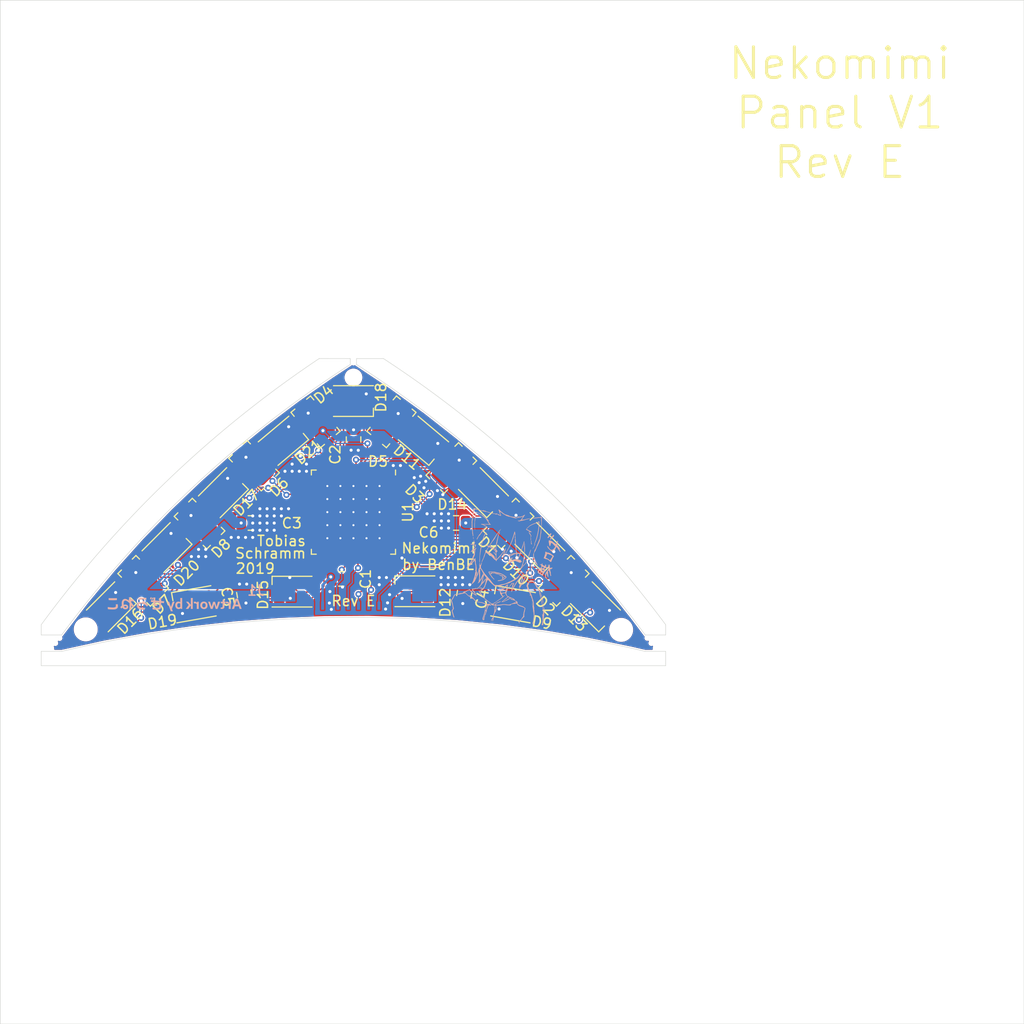
<source format=kicad_pcb>
(kicad_pcb (version 20171130) (host pcbnew 5.1.2)
  (layers (0 F.Cu signal) (31 B.Cu signal) (34 B.Paste user) (35 F.Paste user) (36 B.SilkS user) (37 F.SilkS user) (38 B.Mask user) (39 F.Mask user) (44 Edge.Cuts user))
  (net 0 "")
  (net 1 /U1_R0)
  (net 2 /U1_G0)
  (net 3 /U1_B0)
  (net 4 VCC)
  (net 5 /U1_R1)
  (net 6 /U1_G1)
  (net 7 /U1_B1)
  (net 8 /U1_R4)
  (net 9 /U1_G4)
  (net 10 /U1_B4)
  (net 11 /U1_R5)
  (net 12 /U1_G5)
  (net 13 /U1_B5)
  (net 14 /U1_R2)
  (net 15 /U1_G2)
  (net 16 /U1_B2)
  (net 17 /U1_R3)
  (net 18 /U1_G3)
  (net 19 /U1_B3)
  (net 20 /U1_R6)
  (net 21 /U1_G6)
  (net 22 /U1_B6)
  (net 23 /U1_R7)
  (net 24 /U1_G7)
  (net 25 /U1_B7)
  (net 26 VDD)
  (net 27 GND)
  (net 28 /LAT)
  (net 29 /SCLK)
  (net 30 /SIN)
  (net 31 /GSCLK)
  (net 32 /U1_B8)
  (net 33 /U1_R8)
  (net 34 /U1_G8)
  (net 35 /U1_B12)
  (net 36 /U1_R12)
  (net 37 /U1_G12)
  (net 38 /U1_B9)
  (net 39 /U1_R9)
  (net 40 /U1_G9)
  (net 41 /U1_B13)
  (net 42 /U1_R13)
  (net 43 /U1_G13)
  (net 44 /U1_B14)
  (net 45 /U1_R14)
  (net 46 /U1_G14)
  (net 47 /U1_B10)
  (net 48 /U1_R10)
  (net 49 /U1_G10)
  (net 50 /U1_B15)
  (net 51 /U1_R15)
  (net 52 /U1_G15)
  (net 53 /U1_B11)
  (net 54 /U1_R11)
  (net 55 /U1_G11)
  (net 56 /SOUT)
  (module catear-pcb:attribution (layer B.Cu) (at 117 159 180)
    (fp_text reference G*** hide)
    (fp_text value LOGO hide)
  )
  (module catear-pcb:catboy (layer B.Cu) (at 149.5 155 175)
    (fp_text reference G*** hide)
    (fp_text value LOGO hide)
  )
  (module catear-pcb:npth_0.3 (layer B.Cu) (at 105 163.3)
    (fp_text reference REF** hide)
    (fp_text value npth_0.3)
    (pad "" np_thru_hole circle (at 0 0) (size 0.3 0.3) (drill 0.3) (layers *.Cu *.Mask))
  )
  (module catear-pcb:npth_0.3 (layer B.Cu) (at 105.39 162.8)
    (fp_text reference REF** hide)
    (fp_text value npth_0.3)
    (pad "" np_thru_hole circle (at 0 0) (size 0.3 0.3) (drill 0.3) (layers *.Cu *.Mask))
  )
  (module catear-pcb:npth_0.3 (layer B.Cu) (at 105.8 162.31)
    (fp_text reference REF** hide)
    (fp_text value npth_0.3)
    (pad "" np_thru_hole circle (at 0 0) (size 0.3 0.3) (drill 0.3) (layers *.Cu *.Mask))
  )
  (module catear-pcb:npth_0.3 (layer F.Cu) (at 134.5 135.4)
    (fp_text reference REF** hide)
    (fp_text value npth_0.3)
    (pad "" np_thru_hole circle (at 0 0) (size 0.3 0.3) (drill 0.3) (layers *.Cu *.Mask))
  )
  (module catear-pcb:npth_0.3 (layer F.Cu) (at 164 163.29)
    (fp_text reference REF** hide)
    (fp_text value npth_0.3)
    (pad "" np_thru_hole circle (at 0 0) (size 0.3 0.3) (drill 0.3) (layers *.Cu *.Mask))
  )
  (module catear-pcb:npth_0.3 (layer F.Cu) (at 163.59 162.8)
    (fp_text reference REF** hide)
    (fp_text value npth_0.3)
    (pad "" np_thru_hole circle (at 0 0) (size 0.3 0.3) (drill 0.3) (layers *.Cu *.Mask))
  )
  (module catear-pcb:npth_0.3 (layer F.Cu) (at 163.2 162.3)
    (fp_text reference REF** hide)
    (fp_text value npth_0.3)
    (pad "" np_thru_hole circle (at 0 0) (size 0.3 0.3) (drill 0.3) (layers *.Cu *.Mask))
  )
  (module Package_DFN_QFN:QFN-56-1EP_8x8mm_P0.5mm_EP5.6x5.6mm_ThermalVias (layer F.Cu) (at 134.5 150 270)
    (fp_text reference U1 (at 0 -5.32 90) (layer F.SilkS))
    (fp_text value TLC5955RTQ)
    (pad 57 smd roundrect (at 0 0 270) (size 5.6 5.6) (layers F.Cu F.Mask) (roundrect_rratio 0.044643) (net 27 GND))
    (pad 57 thru_hole circle (at -2.55 -2.55 270) (size 0.5 0.5) (drill 0.2) (layers *.Cu) (net 27 GND))
    (pad 57 thru_hole circle (at -1.275 -2.55 270) (size 0.5 0.5) (drill 0.2) (layers *.Cu) (net 27 GND))
    (pad 57 thru_hole circle (at 0 -2.55 270) (size 0.5 0.5) (drill 0.2) (layers *.Cu) (net 27 GND))
    (pad 57 thru_hole circle (at 1.275 -2.55 270) (size 0.5 0.5) (drill 0.2) (layers *.Cu) (net 27 GND))
    (pad 57 thru_hole circle (at 2.55 -2.55 270) (size 0.5 0.5) (drill 0.2) (layers *.Cu) (net 27 GND))
    (pad 57 thru_hole circle (at -2.55 -1.275 270) (size 0.5 0.5) (drill 0.2) (layers *.Cu) (net 27 GND))
    (pad 57 thru_hole circle (at -1.275 -1.275 270) (size 0.5 0.5) (drill 0.2) (layers *.Cu) (net 27 GND))
    (pad 57 thru_hole circle (at 0 -1.275 270) (size 0.5 0.5) (drill 0.2) (layers *.Cu) (net 27 GND))
    (pad 57 thru_hole circle (at 1.275 -1.275 270) (size 0.5 0.5) (drill 0.2) (layers *.Cu) (net 27 GND))
    (pad 57 thru_hole circle (at 2.55 -1.275 270) (size 0.5 0.5) (drill 0.2) (layers *.Cu) (net 27 GND))
    (pad 57 thru_hole circle (at -2.55 0 270) (size 0.5 0.5) (drill 0.2) (layers *.Cu) (net 27 GND))
    (pad 57 thru_hole circle (at -1.275 0 270) (size 0.5 0.5) (drill 0.2) (layers *.Cu) (net 27 GND))
    (pad 57 thru_hole circle (at 0 0 270) (size 0.5 0.5) (drill 0.2) (layers *.Cu) (net 27 GND))
    (pad 57 thru_hole circle (at 1.275 0 270) (size 0.5 0.5) (drill 0.2) (layers *.Cu) (net 27 GND))
    (pad 57 thru_hole circle (at 2.55 0 270) (size 0.5 0.5) (drill 0.2) (layers *.Cu) (net 27 GND))
    (pad 57 thru_hole circle (at -2.55 1.275 270) (size 0.5 0.5) (drill 0.2) (layers *.Cu) (net 27 GND))
    (pad 57 thru_hole circle (at -1.275 1.275 270) (size 0.5 0.5) (drill 0.2) (layers *.Cu) (net 27 GND))
    (pad 57 thru_hole circle (at 0 1.275 270) (size 0.5 0.5) (drill 0.2) (layers *.Cu) (net 27 GND))
    (pad 57 thru_hole circle (at 1.275 1.275 270) (size 0.5 0.5) (drill 0.2) (layers *.Cu) (net 27 GND))
    (pad 57 thru_hole circle (at 2.55 1.275 270) (size 0.5 0.5) (drill 0.2) (layers *.Cu) (net 27 GND))
    (pad 57 thru_hole circle (at -2.55 2.55 270) (size 0.5 0.5) (drill 0.2) (layers *.Cu) (net 27 GND))
    (pad 57 thru_hole circle (at -1.275 2.55 270) (size 0.5 0.5) (drill 0.2) (layers *.Cu) (net 27 GND))
    (pad 57 thru_hole circle (at 0 2.55 270) (size 0.5 0.5) (drill 0.2) (layers *.Cu) (net 27 GND))
    (pad 57 thru_hole circle (at 1.275 2.55 270) (size 0.5 0.5) (drill 0.2) (layers *.Cu) (net 27 GND))
    (pad 57 thru_hole circle (at 2.55 2.55 270) (size 0.5 0.5) (drill 0.2) (layers *.Cu) (net 27 GND))
    (pad 57 smd roundrect (at 0 0 270) (size 5.6 5.6) (layers B.Cu) (roundrect_rratio 0.044643) (net 27 GND))
    (pad 1 smd roundrect (at -3.9375 -3.25 270) (size 0.875 0.25) (layers F.Cu F.Paste F.Mask) (net 19 /U1_B3))
    (pad 2 smd roundrect (at -3.9375 -2.75 270) (size 0.875 0.25) (layers F.Cu F.Paste F.Mask) (net 17 /U1_R3))
    (pad 3 smd roundrect (at -3.9375 -2.25 270) (size 0.875 0.25) (layers F.Cu F.Paste F.Mask) (net 18 /U1_G3))
    (pad 4 smd roundrect (at -3.9375 -1.75 270) (size 0.875 0.25) (layers F.Cu F.Paste F.Mask) (net 25 /U1_B7))
    (pad 5 smd roundrect (at -3.9375 -1.25 270) (size 0.875 0.25) (layers F.Cu F.Paste F.Mask) (net 23 /U1_R7))
    (pad 6 smd roundrect (at -3.9375 -0.75 270) (size 0.875 0.25) (layers F.Cu F.Paste F.Mask) (net 24 /U1_G7))
    (pad 7 smd roundrect (at -3.9375 -0.25 270) (size 0.875 0.25) (layers F.Cu F.Paste F.Mask) (net 56 /SOUT))
    (pad 8 smd roundrect (at -3.9375 0.25 270) (size 0.875 0.25) (layers F.Cu F.Paste F.Mask) (net 27 GND))
    (pad 9 smd roundrect (at -3.9375 0.75 270) (size 0.875 0.25) (layers F.Cu F.Paste F.Mask) (net 55 /U1_G11))
    (pad 10 smd roundrect (at -3.9375 1.25 270) (size 0.875 0.25) (layers F.Cu F.Paste F.Mask) (net 54 /U1_R11))
    (pad 11 smd roundrect (at -3.9375 1.75 270) (size 0.875 0.25) (layers F.Cu F.Paste F.Mask) (net 53 /U1_B11))
    (pad 12 smd roundrect (at -3.9375 2.25 270) (size 0.875 0.25) (layers F.Cu F.Paste F.Mask) (net 52 /U1_G15))
    (pad 13 smd roundrect (at -3.9375 2.75 270) (size 0.875 0.25) (layers F.Cu F.Paste F.Mask) (net 51 /U1_R15))
    (pad 14 smd roundrect (at -3.9375 3.25 270) (size 0.875 0.25) (layers F.Cu F.Paste F.Mask) (net 50 /U1_B15))
    (pad 15 smd roundrect (at -3.25 3.9375 270) (size 0.25 0.875) (layers F.Cu F.Paste F.Mask) (net 49 /U1_G10))
    (pad 16 smd roundrect (at -2.75 3.9375 270) (size 0.25 0.875) (layers F.Cu F.Paste F.Mask) (net 48 /U1_R10))
    (pad 17 smd roundrect (at -2.25 3.9375 270) (size 0.25 0.875) (layers F.Cu F.Paste F.Mask) (net 47 /U1_B10))
    (pad 18 smd roundrect (at -1.75 3.9375 270) (size 0.25 0.875) (layers F.Cu F.Paste F.Mask) (net 46 /U1_G14))
    (pad 19 smd roundrect (at -1.25 3.9375 270) (size 0.25 0.875) (layers F.Cu F.Paste F.Mask) (net 45 /U1_R14))
    (pad 20 smd roundrect (at -0.75 3.9375 270) (size 0.25 0.875) (layers F.Cu F.Paste F.Mask) (net 44 /U1_B14))
    (pad 21 smd roundrect (at -0.25 3.9375 270) (size 0.25 0.875) (layers F.Cu F.Paste F.Mask) (net 43 /U1_G13))
    (pad 22 smd roundrect (at 0.25 3.9375 270) (size 0.25 0.875) (layers F.Cu F.Paste F.Mask) (net 42 /U1_R13))
    (pad 23 smd roundrect (at 0.75 3.9375 270) (size 0.25 0.875) (layers F.Cu F.Paste F.Mask) (net 41 /U1_B13))
    (pad 24 smd roundrect (at 1.25 3.9375 270) (size 0.25 0.875) (layers F.Cu F.Paste F.Mask) (net 40 /U1_G9))
    (pad 25 smd roundrect (at 1.75 3.9375 270) (size 0.25 0.875) (layers F.Cu F.Paste F.Mask) (net 39 /U1_R9))
    (pad 26 smd roundrect (at 2.25 3.9375 270) (size 0.25 0.875) (layers F.Cu F.Paste F.Mask) (net 38 /U1_B9))
    (pad 27 smd roundrect (at 2.75 3.9375 270) (size 0.25 0.875) (layers F.Cu F.Paste F.Mask) (net 37 /U1_G12))
    (pad 28 smd roundrect (at 3.25 3.9375 270) (size 0.25 0.875) (layers F.Cu F.Paste F.Mask) (net 36 /U1_R12))
    (pad 29 smd roundrect (at 3.9375 3.25 270) (size 0.875 0.25) (layers F.Cu F.Paste F.Mask) (net 35 /U1_B12))
    (pad 30 smd roundrect (at 3.9375 2.75 270) (size 0.875 0.25) (layers F.Cu F.Paste F.Mask) (net 34 /U1_G8))
    (pad 31 smd roundrect (at 3.9375 2.25 270) (size 0.875 0.25) (layers F.Cu F.Paste F.Mask) (net 33 /U1_R8))
    (pad 32 smd roundrect (at 3.9375 1.75 270) (size 0.875 0.25) (layers F.Cu F.Paste F.Mask) (net 32 /U1_B8))
    (pad 33 smd roundrect (at 3.9375 1.25 270) (size 0.875 0.25) (layers F.Cu F.Paste F.Mask) (net 26 VDD))
    (pad 34 smd roundrect (at 3.9375 0.75 270) (size 0.875 0.25) (layers F.Cu F.Paste F.Mask) (net 31 /GSCLK))
    (pad 35 smd roundrect (at 3.9375 0.25 270) (size 0.875 0.25) (layers F.Cu F.Paste F.Mask) (net 27 GND))
    (pad 36 smd roundrect (at 3.9375 -0.25 270) (size 0.875 0.25) (layers F.Cu F.Paste F.Mask) (net 30 /SIN))
    (pad 37 smd roundrect (at 3.9375 -0.75 270) (size 0.875 0.25) (layers F.Cu F.Paste F.Mask) (net 29 /SCLK))
    (pad 38 smd roundrect (at 3.9375 -1.25 270) (size 0.875 0.25) (layers F.Cu F.Paste F.Mask) (net 28 /LAT))
    (pad 39 smd roundrect (at 3.9375 -1.75 270) (size 0.875 0.25) (layers F.Cu F.Paste F.Mask) (net 10 /U1_B4))
    (pad 40 smd roundrect (at 3.9375 -2.25 270) (size 0.875 0.25) (layers F.Cu F.Paste F.Mask) (net 8 /U1_R4))
    (pad 41 smd roundrect (at 3.9375 -2.75 270) (size 0.875 0.25) (layers F.Cu F.Paste F.Mask) (net 9 /U1_G4))
    (pad 42 smd roundrect (at 3.9375 -3.25 270) (size 0.875 0.25) (layers F.Cu F.Paste F.Mask) (net 3 /U1_B0))
    (pad 43 smd roundrect (at 3.25 -3.9375 270) (size 0.25 0.875) (layers F.Cu F.Paste F.Mask) (net 1 /U1_R0))
    (pad 44 smd roundrect (at 2.75 -3.9375 270) (size 0.25 0.875) (layers F.Cu F.Paste F.Mask) (net 2 /U1_G0))
    (pad 45 smd roundrect (at 2.25 -3.9375 270) (size 0.25 0.875) (layers F.Cu F.Paste F.Mask) (net 13 /U1_B5))
    (pad 46 smd roundrect (at 1.75 -3.9375 270) (size 0.25 0.875) (layers F.Cu F.Paste F.Mask) (net 11 /U1_R5))
    (pad 47 smd roundrect (at 1.25 -3.9375 270) (size 0.25 0.875) (layers F.Cu F.Paste F.Mask) (net 12 /U1_G5))
    (pad 48 smd roundrect (at 0.75 -3.9375 270) (size 0.25 0.875) (layers F.Cu F.Paste F.Mask) (net 7 /U1_B1))
    (pad 49 smd roundrect (at 0.25 -3.9375 270) (size 0.25 0.875) (layers F.Cu F.Paste F.Mask) (net 5 /U1_R1))
    (pad 50 smd roundrect (at -0.25 -3.9375 270) (size 0.25 0.875) (layers F.Cu F.Paste F.Mask) (net 6 /U1_G1))
    (pad 51 smd roundrect (at -0.75 -3.9375 270) (size 0.25 0.875) (layers F.Cu F.Paste F.Mask) (net 16 /U1_B2))
    (pad 52 smd roundrect (at -1.25 -3.9375 270) (size 0.25 0.875) (layers F.Cu F.Paste F.Mask) (net 14 /U1_R2))
    (pad 53 smd roundrect (at -1.75 -3.9375 270) (size 0.25 0.875) (layers F.Cu F.Paste F.Mask) (net 15 /U1_G2))
    (pad 54 smd roundrect (at -2.25 -3.9375 270) (size 0.25 0.875) (layers F.Cu F.Paste F.Mask) (net 22 /U1_B6))
    (pad 55 smd roundrect (at -2.75 -3.9375 270) (size 0.25 0.875) (layers F.Cu F.Paste F.Mask) (net 20 /U1_R6))
    (pad 56 smd roundrect (at -3.25 -3.9375 270) (size 0.25 0.875) (layers F.Cu F.Paste F.Mask) (net 21 /U1_G6))
  )
  (module catear-pcb:smd_led_universal (layer F.Cu) (at 144.06 145.69 45)
    (fp_text reference D3 (at -4.320422 -0.742462 135) (layer F.SilkS))
    (fp_text value LED)
    (pad 2 smd roundrect (at 1.075 0 45) (size 1.75 2) (layers F.Cu F.Paste F.Mask) (net 4 VCC))
    (pad 1 smd roundrect (at -1.125 0 45) (size 1.75 2) (layers F.Cu F.Paste F.Mask) (net 15 /U1_G2))
  )
  (module Capacitor_SMD:C_0805_2012Metric (layer F.Cu) (at 144.53 151.06 180)
    (fp_text reference C6 (at 2.69 -0.92 180) (layer F.SilkS))
    (fp_text value C)
    (pad 1 smd roundrect (at -0.9375 0 180) (size 0.975 1.4) (layers F.Cu F.Paste F.Mask) (net 4 VCC))
    (pad 2 smd roundrect (at 0.9375 0 180) (size 0.975 1.4) (layers F.Cu F.Paste F.Mask) (net 27 GND))
  )
  (module Capacitor_SMD:C_0805_2012Metric (layer F.Cu) (at 123.83 157.98 100)
    (fp_text reference C5 (at 0.000001 -1.65 100) (layer F.SilkS))
    (fp_text value C)
    (pad 1 smd roundrect (at -0.9375 0 100) (size 0.975 1.4) (layers F.Cu F.Paste F.Mask) (net 4 VCC))
    (pad 2 smd roundrect (at 0.9375 0 100) (size 0.975 1.4) (layers F.Cu F.Paste F.Mask) (net 27 GND))
  )
  (module catear-pcb:ASMB-MTB1-0A3A2 (layer F.Cu) (at 128.5 157.77)
    (fp_text reference D15 (at -2.85 0.31 90) (layer F.SilkS))
    (fp_text value LED_ARGB)
    (pad 3 smd rect (at 1.25 0.7) (size 1 0.8) (layers F.Cu F.Paste F.Mask) (net 32 /U1_B8))
    (pad 2 smd rect (at 1.25 -0.7) (size 1 0.8) (layers F.Cu F.Paste F.Mask) (net 34 /U1_G8))
    (pad 4 smd rect (at -1.25 0.7) (size 1 0.8) (layers F.Cu F.Paste F.Mask) (net 4 VCC))
    (pad 1 smd rect (at -1.25 -0.7) (size 1 0.8) (layers F.Cu F.Paste F.Mask) (net 33 /U1_R8))
  )
  (module catear-pcb:ASMB-MTB1-0A3A2 (layer F.Cu) (at 140.5 157.73)
    (fp_text reference D12 (at 2.97 1.1 90) (layer F.SilkS))
    (fp_text value LED_ARGB)
    (pad 3 smd rect (at 1.25 0.7) (size 1 0.8) (layers F.Cu F.Paste F.Mask) (net 10 /U1_B4))
    (pad 2 smd rect (at 1.25 -0.7) (size 1 0.8) (layers F.Cu F.Paste F.Mask) (net 9 /U1_G4))
    (pad 4 smd rect (at -1.25 0.7) (size 1 0.8) (layers F.Cu F.Paste F.Mask) (net 4 VCC))
    (pad 1 smd rect (at -1.25 -0.7) (size 1 0.8) (layers F.Cu F.Paste F.Mask) (net 8 /U1_R4))
  )
  (module catear-pcb:ASMB-MTB1-0A3A2 (layer F.Cu) (at 110.861091 159.25 225)
    (fp_text reference D16 (at -0.317427 -2.297326 45) (layer F.SilkS))
    (fp_text value LED_ARGB)
    (pad 3 smd rect (at 1.25 0.7 225) (size 1 0.8) (layers F.Cu F.Paste F.Mask) (net 38 /U1_B9))
    (pad 2 smd rect (at 1.25 -0.7 225) (size 1 0.8) (layers F.Cu F.Paste F.Mask) (net 40 /U1_G9))
    (pad 4 smd rect (at -1.25 0.7 225) (size 1 0.8) (layers F.Cu F.Paste F.Mask) (net 4 VCC))
    (pad 1 smd rect (at -1.25 -0.7 225) (size 1 0.8) (layers F.Cu F.Paste F.Mask) (net 39 /U1_R9))
  )
  (module catear-pcb:smd_led_universal (layer F.Cu) (at 113.96 156.712 135)
    (fp_text reference D7 (at -2.954292 -0.309713 45) (layer F.SilkS))
    (fp_text value LED)
    (pad 2 smd roundrect (at 1.075 0 135) (size 1.75 2) (layers F.Cu F.Paste F.Mask) (net 4 VCC))
    (pad 1 smd roundrect (at -1.125 0 135) (size 1.75 2) (layers F.Cu F.Paste F.Mask) (net 44 /U1_B14))
  )
  (module catear-pcb:ASMB-MTB1-0A3A2 (layer F.Cu) (at 158.138909 159.25 135)
    (fp_text reference D13 (at 0.663909 -2.276112 135) (layer F.SilkS))
    (fp_text value LED_ARGB)
    (pad 3 smd rect (at 1.25 0.7 135) (size 1 0.8) (layers F.Cu F.Paste F.Mask) (net 13 /U1_B5))
    (pad 2 smd rect (at 1.25 -0.7 135) (size 1 0.8) (layers F.Cu F.Paste F.Mask) (net 12 /U1_G5))
    (pad 4 smd rect (at -1.25 0.7 135) (size 1 0.8) (layers F.Cu F.Paste F.Mask) (net 4 VCC))
    (pad 1 smd rect (at -1.25 -0.7 135) (size 1 0.8) (layers F.Cu F.Paste F.Mask) (net 11 /U1_R5))
  )
  (module Capacitor_SMD:C_0805_2012Metric (layer F.Cu) (at 134.51 142.9 270)
    (fp_text reference C2 (at 1.48 1.79 270) (layer F.SilkS))
    (fp_text value C)
    (pad 1 smd roundrect (at -0.9375 0 270) (size 0.975 1.4) (layers F.Cu F.Paste F.Mask) (net 4 VCC))
    (pad 2 smd roundrect (at 0.9375 0 270) (size 0.975 1.4) (layers F.Cu F.Paste F.Mask) (net 27 GND))
  )
  (module catear-pcb:smd_led_universal (layer F.Cu) (at 119.468 151.124 135)
    (fp_text reference D8 (at -3.194708 -0.222032 225) (layer F.SilkS))
    (fp_text value LED)
    (pad 2 smd roundrect (at 1.075 0 135) (size 1.75 2) (layers F.Cu F.Paste F.Mask) (net 4 VCC))
    (pad 1 smd roundrect (at -1.125 0 135) (size 1.75 2) (layers F.Cu F.Paste F.Mask) (net 45 /U1_R14))
  )
  (module catear-pcb:smd_led_universal (layer F.Cu) (at 124.79 145.45 135)
    (fp_text reference D6 (at -3.206729 0.236881 225) (layer F.SilkS))
    (fp_text value LED)
    (pad 2 smd roundrect (at 1.075 0 135) (size 1.75 2) (layers F.Cu F.Paste F.Mask) (net 4 VCC))
    (pad 1 smd roundrect (at -1.125 0 135) (size 1.75 2) (layers F.Cu F.Paste F.Mask) (net 46 /U1_G14))
  )
  (module catear-pcb:ASMB-MTB1-0A3A2 (layer F.Cu) (at 147.2 148.1 135)
    (fp_text reference D14 (at 1.343503 -2.969848) (layer F.SilkS))
    (fp_text value LED_ARGB)
    (pad 3 smd rect (at 1.25 0.7 135) (size 1 0.8) (layers F.Cu F.Paste F.Mask) (net 22 /U1_B6))
    (pad 2 smd rect (at 1.25 -0.7 135) (size 1 0.8) (layers F.Cu F.Paste F.Mask) (net 21 /U1_G6))
    (pad 4 smd rect (at -1.25 0.7 135) (size 1 0.8) (layers F.Cu F.Paste F.Mask) (net 4 VCC))
    (pad 1 smd rect (at -1.25 -0.7 135) (size 1 0.8) (layers F.Cu F.Paste F.Mask) (net 20 /U1_R6))
  )
  (module catear-pcb:smd_led_universal (layer F.Cu) (at 130.796864 141.1782 130)
    (fp_text reference D4 (at 1.535374 2.336752 220) (layer F.SilkS))
    (fp_text value LED)
    (pad 2 smd roundrect (at 1.075 0 130) (size 1.75 2) (layers F.Cu F.Paste F.Mask) (net 4 VCC))
    (pad 1 smd roundrect (at -1.125 0 130) (size 1.75 2) (layers F.Cu F.Paste F.Mask) (net 24 /U1_G7))
  )
  (module catear-pcb:smd_led_universal (layer F.Cu) (at 138.21 141.1782 50)
    (fp_text reference D5 (at -3.808023 1.485227 180) (layer F.SilkS))
    (fp_text value LED)
    (pad 2 smd roundrect (at 1.075 0 50) (size 1.75 2) (layers F.Cu F.Paste F.Mask) (net 4 VCC))
    (pad 1 smd roundrect (at -1.125 0 50) (size 1.75 2) (layers F.Cu F.Paste F.Mask) (net 23 /U1_R7))
  )
  (module catear-pcb:smd_led_universal (layer F.Cu) (at 155.04 156.712 45)
    (fp_text reference D2 (at -2.989647 0.458205 135) (layer F.SilkS))
    (fp_text value LED)
    (pad 2 smd roundrect (at 1.075 0 45) (size 1.75 2) (layers F.Cu F.Paste F.Mask) (net 4 VCC))
    (pad 1 smd roundrect (at -1.125 0 45) (size 1.75 2) (layers F.Cu F.Paste F.Mask) (net 16 /U1_B2))
  )
  (module catear-pcb:smd_led_universal (layer F.Cu) (at 149.645495 151.124 45)
    (fp_text reference D1 (at -2.985048 0.120565 135) (layer F.SilkS))
    (fp_text value LED)
    (pad 2 smd roundrect (at 1.075 0 45) (size 1.75 2) (layers F.Cu F.Paste F.Mask) (net 4 VCC))
    (pad 1 smd roundrect (at -1.125 0 45) (size 1.75 2) (layers F.Cu F.Paste F.Mask) (net 14 /U1_R2))
  )
  (module MountingHole:MountingHole_2.1mm (layer F.Cu) (at 108.35 161.45)
    (fp_text reference REF** hide)
    (fp_text value MountingHole_2.1mm)
    (pad "" np_thru_hole circle (at 0 0) (size 2.1 2.1) (drill 2.1) (layers *.Cu *.Mask))
  )
  (module catear-pcb:TestPoint_0.5x1mm (layer F.Cu) (at 137.5 144 135)
    (fp_text reference TP1 hide)
    (fp_text value TestPoint)
    (pad 1 smd oval (at 0 0 135) (size 0.5 1) (layers F.Cu F.Paste F.Mask) (net 25 /U1_B7))
  )
  (module catear-pcb:ASMB-MTB1-0A3A2 (layer F.Cu) (at 141.34 143.03 140)
    (fp_text reference D11 (at 0.192016 -2.27588 140) (layer F.SilkS))
    (fp_text value LED_ARGB)
    (pad 3 smd rect (at 1.25 0.7 140) (size 1 0.8) (layers F.Cu F.Paste F.Mask) (net 19 /U1_B3))
    (pad 2 smd rect (at 1.25 -0.7 140) (size 1 0.8) (layers F.Cu F.Paste F.Mask) (net 18 /U1_G3))
    (pad 4 smd rect (at -1.25 0.7 140) (size 1 0.8) (layers F.Cu F.Paste F.Mask) (net 4 VCC))
    (pad 1 smd rect (at -1.25 -0.7 140) (size 1 0.8) (layers F.Cu F.Paste F.Mask) (net 17 /U1_R3))
  )
  (module Capacitor_SMD:C_0805_2012Metric (layer F.Cu) (at 145.32 158.02 80)
    (fp_text reference C4 (at -0.167087 1.816613 260) (layer F.SilkS))
    (fp_text value C)
    (pad 1 smd roundrect (at -0.9375 0 80) (size 0.975 1.4) (layers F.Cu F.Paste F.Mask) (net 4 VCC))
    (pad 2 smd roundrect (at 0.9375 0 80) (size 0.975 1.4) (layers F.Cu F.Paste F.Mask) (net 27 GND))
  )
  (module Capacitor_SMD:C_0805_2012Metric (layer F.Cu) (at 133.31 156.52)
    (fp_text reference C1 (at 2.38 0.01 90) (layer F.SilkS))
    (fp_text value C)
    (pad 1 smd roundrect (at -0.9375 0) (size 0.975 1.4) (layers F.Cu F.Paste F.Mask) (net 26 VDD))
    (pad 2 smd roundrect (at 0.9375 0) (size 0.975 1.4) (layers F.Cu F.Paste F.Mask) (net 27 GND))
  )
  (module catear-pcb:ASMB-MTB1-0A3A2 (layer F.Cu) (at 150.09 159 350)
    (fp_text reference D9 (at 3.079877 1.284703 350) (layer F.SilkS))
    (fp_text value LED_ARGB)
    (pad 3 smd rect (at 1.25 0.7 350) (size 1 0.8) (layers F.Cu F.Paste F.Mask) (net 3 /U1_B0))
    (pad 2 smd rect (at 1.25 -0.7 350) (size 1 0.8) (layers F.Cu F.Paste F.Mask) (net 2 /U1_G0))
    (pad 4 smd rect (at -1.25 0.7 350) (size 1 0.8) (layers F.Cu F.Paste F.Mask) (net 4 VCC))
    (pad 1 smd rect (at -1.25 -0.7 350) (size 1 0.8) (layers F.Cu F.Paste F.Mask) (net 1 /U1_R0))
  )
  (module Capacitor_SMD:C_0805_2012Metric (layer F.Cu) (at 124.47 151.06)
    (fp_text reference C3 (at 4.01 0.02 180) (layer F.SilkS))
    (fp_text value C)
    (pad 1 smd roundrect (at -0.9375 0) (size 0.975 1.4) (layers F.Cu F.Paste F.Mask) (net 4 VCC))
    (pad 2 smd roundrect (at 0.9375 0) (size 0.975 1.4) (layers F.Cu F.Paste F.Mask) (net 27 GND))
  )
  (module catear-pcb:MountingHole_1mm (layer F.Cu) (at 134.5 136.85)
    (fp_text reference REF** hide)
    (fp_text value MountingHole_1.5mm)
    (pad "" np_thru_hole circle (at 0 0) (size 1.5 1.5) (drill 1.5) (layers *.Cu *.Mask))
  )
  (module MountingHole:MountingHole_2.1mm (layer F.Cu) (at 160.65 161.5)
    (fp_text reference REF** hide)
    (fp_text value MountingHole_2.1mm)
    (pad "" np_thru_hole circle (at 0 0) (size 2.1 2.1) (drill 2.1) (layers *.Cu *.Mask))
  )
  (module catear-pcb:ASMB-MTB1-0A3A2 (layer F.Cu) (at 152.711091 153.461142 135)
    (fp_text reference D10 (at -0.090345 -3.401148 135) (layer F.SilkS))
    (fp_text value LED_ARGB)
    (pad 3 smd rect (at 1.25 0.7 135) (size 1 0.8) (layers F.Cu F.Paste F.Mask) (net 7 /U1_B1))
    (pad 2 smd rect (at 1.25 -0.7 135) (size 1 0.8) (layers F.Cu F.Paste F.Mask) (net 6 /U1_G1))
    (pad 4 smd rect (at -1.25 0.7 135) (size 1 0.8) (layers F.Cu F.Paste F.Mask) (net 4 VCC))
    (pad 1 smd rect (at -1.25 -0.7 135) (size 1 0.8) (layers F.Cu F.Paste F.Mask) (net 5 /U1_R1))
  )
  (module catear-pcb:Molex_Easy-On_52746-1971_1x19_P0.5mm_Horizontal (layer B.Cu) (at 134.49 159.14)
    (fp_text reference J1 (at -9.51 -1.49) (layer B.SilkS) (effects (justify mirror)))
    (fp_text value Conn_01x19_MountingPin)
    (pad 1 smd rect (at -4.5 0) (size 0.3 0.8) (layers B.Cu B.Paste B.Mask) (net 4 VCC))
    (pad MP smd rect (at -8.06 -0.4) (size 2.4 3.05) (drill (offset 1.2 -1.525)) (layers B.Cu B.Paste B.Mask) (net 27 GND))
    (pad MP smd rect (at 5.75 -0.4) (size 2.4 3.05) (drill (offset 1.2 -1.525)) (layers B.Cu B.Paste B.Mask) (net 27 GND))
    (pad 2 smd rect (at -4 0) (size 0.3 0.8) (layers B.Cu B.Paste B.Mask) (net 4 VCC))
    (pad 3 smd rect (at -3.5 0) (size 0.3 0.8) (layers B.Cu B.Paste B.Mask) (net 27 GND))
    (pad 4 smd rect (at -3 0) (size 0.3 0.8) (layers B.Cu B.Paste B.Mask) (net 26 VDD))
    (pad 5 smd rect (at -2.5 0) (size 0.3 0.8) (layers B.Cu B.Paste B.Mask) (net 27 GND))
    (pad 6 smd rect (at -2 0) (size 0.3 0.8) (layers B.Cu B.Paste B.Mask) (net 27 GND))
    (pad 7 smd rect (at -1.5 0) (size 0.3 0.8) (layers B.Cu B.Paste B.Mask) (net 31 /GSCLK))
    (pad 8 smd rect (at -1 0) (size 0.3 0.8) (layers B.Cu B.Paste B.Mask) (net 27 GND))
    (pad 9 smd rect (at -0.5 0) (size 0.3 0.8) (layers B.Cu B.Paste B.Mask) (net 30 /SIN))
    (pad 10 smd rect (at 0 0) (size 0.3 0.8) (layers B.Cu B.Paste B.Mask) (net 27 GND))
    (pad 11 smd rect (at 0.5 0) (size 0.3 0.8) (layers B.Cu B.Paste B.Mask) (net 29 /SCLK))
    (pad 12 smd rect (at 1 0) (size 0.3 0.8) (layers B.Cu B.Paste B.Mask) (net 27 GND))
    (pad 13 smd rect (at 1.5 0) (size 0.3 0.8) (layers B.Cu B.Paste B.Mask) (net 28 /LAT))
    (pad 14 smd rect (at 2 0) (size 0.3 0.8) (layers B.Cu B.Paste B.Mask) (net 27 GND))
    (pad 15 smd rect (at 2.5 0) (size 0.3 0.8) (layers B.Cu B.Paste B.Mask) (net 56 /SOUT))
    (pad 16 smd rect (at 3 0) (size 0.3 0.8) (layers B.Cu B.Paste B.Mask) (net 27 GND))
    (pad 17 smd rect (at 3.5 0) (size 0.3 0.8) (layers B.Cu B.Paste B.Mask) (net 27 GND))
    (pad 18 smd rect (at 4 0) (size 0.3 0.8) (layers B.Cu B.Paste B.Mask) (net 4 VCC))
    (pad 19 smd rect (at 4.5 0) (size 0.3 0.8) (layers B.Cu B.Paste B.Mask) (net 4 VCC))
  )
  (module catear-pcb:ASMB-MTB1-0A3A2 (layer F.Cu) (at 127.66 143.03 220)
    (fp_text reference D21 (at -1.16851 -2.40339 40) (layer F.SilkS))
    (fp_text value LED_ARGB)
    (pad 3 smd rect (at 1.25 0.7 220) (size 1 0.8) (layers F.Cu F.Paste F.Mask) (net 50 /U1_B15))
    (pad 2 smd rect (at 1.25 -0.7 220) (size 1 0.8) (layers F.Cu F.Paste F.Mask) (net 52 /U1_G15))
    (pad 4 smd rect (at -1.25 0.7 220) (size 1 0.8) (layers F.Cu F.Paste F.Mask) (net 4 VCC))
    (pad 1 smd rect (at -1.25 -0.7 220) (size 1 0.8) (layers F.Cu F.Paste F.Mask) (net 51 /U1_R15))
  )
  (module catear-pcb:ASMB-MTB1-0A3A2 (layer F.Cu) (at 116.288909 153.461142 225)
    (fp_text reference D20 (at 0.38733 -3.118305 45) (layer F.SilkS))
    (fp_text value LED_ARGB)
    (pad 3 smd rect (at 1.25 0.7 225) (size 1 0.8) (layers F.Cu F.Paste F.Mask) (net 41 /U1_B13))
    (pad 2 smd rect (at 1.25 -0.7 225) (size 1 0.8) (layers F.Cu F.Paste F.Mask) (net 43 /U1_G13))
    (pad 4 smd rect (at -1.25 0.7 225) (size 1 0.8) (layers F.Cu F.Paste F.Mask) (net 4 VCC))
    (pad 1 smd rect (at -1.25 -0.7 225) (size 1 0.8) (layers F.Cu F.Paste F.Mask) (net 42 /U1_R13))
  )
  (module catear-pcb:ASMB-MTB1-0A3A2 (layer F.Cu) (at 118.91 159 10)
    (fp_text reference D19 (at -3.322035 1.160769 10) (layer F.SilkS))
    (fp_text value LED_ARGB)
    (pad 3 smd rect (at 1.25 0.7 10) (size 1 0.8) (layers F.Cu F.Paste F.Mask) (net 35 /U1_B12))
    (pad 2 smd rect (at 1.25 -0.7 10) (size 1 0.8) (layers F.Cu F.Paste F.Mask) (net 37 /U1_G12))
    (pad 4 smd rect (at -1.25 0.7 10) (size 1 0.8) (layers F.Cu F.Paste F.Mask) (net 4 VCC))
    (pad 1 smd rect (at -1.25 -0.7 10) (size 1 0.8) (layers F.Cu F.Paste F.Mask) (net 36 /U1_R12))
  )
  (module catear-pcb:ASMB-MTB1-0A3A2 (layer F.Cu) (at 121.8 148.1 225)
    (fp_text reference D17 (at -0.898026 -2.298097 45) (layer F.SilkS))
    (fp_text value LED_ARGB)
    (pad 3 smd rect (at 1.25 0.7 225) (size 1 0.8) (layers F.Cu F.Paste F.Mask) (net 47 /U1_B10))
    (pad 2 smd rect (at 1.25 -0.7 225) (size 1 0.8) (layers F.Cu F.Paste F.Mask) (net 49 /U1_G10))
    (pad 4 smd rect (at -1.25 0.7 225) (size 1 0.8) (layers F.Cu F.Paste F.Mask) (net 4 VCC))
    (pad 1 smd rect (at -1.25 -0.7 225) (size 1 0.8) (layers F.Cu F.Paste F.Mask) (net 48 /U1_R10))
  )
  (module catear-pcb:ASMB-MTB1-0A3A2 (layer F.Cu) (at 134.5 139.15 180)
    (fp_text reference D18 (at -2.69 0.35 270) (layer F.SilkS))
    (fp_text value LED_ARGB)
    (pad 3 smd rect (at 1.25 0.7 180) (size 1 0.8) (layers F.Cu F.Paste F.Mask) (net 53 /U1_B11))
    (pad 2 smd rect (at 1.25 -0.7 180) (size 1 0.8) (layers F.Cu F.Paste F.Mask) (net 55 /U1_G11))
    (pad 4 smd rect (at -1.25 0.7 180) (size 1 0.8) (layers F.Cu F.Paste F.Mask) (net 4 VCC))
    (pad 1 smd rect (at -1.25 -0.7 180) (size 1 0.8) (layers F.Cu F.Paste F.Mask) (net 54 /U1_R11))
  )
  (gr_text "Nekomimi\nPanel V1\nRev E" (at 182 111) (layer F.SilkS) (effects (font (size 3 3) (thickness 0.3))))
  (gr_line (start 104 162) (end 104 161) (layer Edge.Cuts) (width 0.05))
  (gr_line (start 134.188 135) (end 131.155028 134.996183) (layer Edge.Cuts) (width 0.05))
  (gr_arc (start 191.315 225) (end 104 161) (angle 20) (layer Edge.Cuts) (width 0.05))
  (gr_line (start 165 162) (end 165 161) (layer Edge.Cuts) (width 0.05))
  (gr_line (start 137.429722 134.999868) (end 134.8 135) (layer Edge.Cuts) (width 0.05))
  (gr_arc (start 78.6 225) (end 165 161) (angle -20.3) (layer Edge.Cuts) (width 0.05))
  (gr_line (start 134.188421 135.580452) (end 134.188 135) (layer Edge.Cuts) (width 0.05))
  (gr_line (start 134.79693 135.577901) (end 134.8 135) (layer Edge.Cuts) (width 0.05))
  (gr_line (start 104 165) (end 104 163.6) (layer Edge.Cuts) (width 0.05))
  (gr_line (start 106 163.6) (end 104 163.6) (layer Edge.Cuts) (width 0.05))
  (gr_line (start 106 162) (end 104 162) (layer Edge.Cuts) (width 0.05))
  (gr_line (start 165 165) (end 165 163.6) (layer Edge.Cuts) (width 0.05))
  (gr_line (start 163 163.6) (end 165 163.6) (layer Edge.Cuts) (width 0.05))
  (gr_line (start 163 162) (end 165 162) (layer Edge.Cuts) (width 0.05))
  (gr_line (start 165 165) (end 104 165) (layer Edge.Cuts) (width 0.05))
  (gr_arc (start 191.573424 225.055199) (end 106 162) (angle 20.94091973) (layer Edge.Cuts) (width 0.05))
  (gr_arc (start 77.5 225) (end 163 162) (angle -20.96605773) (layer Edge.Cuts) (width 0.05))
  (gr_text "Nekomimi\nby BenBE" (at 142.82 154.33) (layer F.SilkS) (effects (font (size 1 1))))
  (gr_text Tobias (at 129.94 152.81) (layer F.SilkS) (effects (font (size 1 1)) (justify right)))
  (gr_text "Rev E" (at 134.5 158.68) (layer F.SilkS) (effects (font (size 1 1))))
  (gr_text 2019 (at 124.91 155.51) (layer F.SilkS) (effects (font (size 1 1))))
  (gr_text Schramm (at 129.95 154.02) (layer F.SilkS) (effects (font (size 1 1)) (justify right)))
  (gr_arc (start 134.5 284) (end 163 163.6) (angle -26.63483256) (layer Edge.Cuts) (width 0.05))
  (gr_line (start 100 200) (end 100 100) (layer Edge.Cuts) (width 0.05))
  (gr_line (start 200 200) (end 100 200) (layer Edge.Cuts) (width 0.05))
  (gr_line (start 200 100) (end 200 200) (layer Edge.Cuts) (width 0.05))
  (gr_line (start 100 100) (end 200 100) (layer Edge.Cuts) (width 0.05))
  (segment (start 140.87 155.08) (end 140.87 155.06992) (width 0.127) (layer F.Cu) (net 1))
  (segment (start 139.05008 153.25) (end 138.4375 153.25) (width 0.127) (layer F.Cu) (net 1))
  (segment (start 148.332973 157.591255) (end 146.054708 155.31299) (width 0.127) (layer F.Cu) (net 1))
  (segment (start 141.10299 155.31299) (end 140.87 155.08) (width 0.127) (layer F.Cu) (net 1))
  (segment (start 148.478225 157.591255) (end 148.332973 157.591255) (width 0.127) (layer F.Cu) (net 1))
  (segment (start 146.054708 155.31299) (end 141.10299 155.31299) (width 0.127) (layer F.Cu) (net 1))
  (segment (start 148.980544 158.093574) (end 148.478225 157.591255) (width 0.127) (layer F.Cu) (net 1))
  (segment (start 140.87 155.06992) (end 139.05008 153.25) (width 0.127) (layer F.Cu) (net 1))
  (segment (start 146.190158 154.98598) (end 141.24852 154.98598) (width 0.127) (layer F.Cu) (net 2))
  (segment (start 139.01254 152.75) (end 138.975 152.75) (width 0.127) (layer F.Cu) (net 2))
  (segment (start 148.226485 157.022307) (end 146.190158 154.98598) (width 0.127) (layer F.Cu) (net 2))
  (segment (start 149.937175 157.022307) (end 148.226485 157.022307) (width 0.127) (layer F.Cu) (net 2))
  (segment (start 138.975 152.75) (end 138.4375 152.75) (width 0.127) (layer F.Cu) (net 2))
  (segment (start 141.24852 154.98598) (end 139.01254 152.75) (width 0.127) (layer F.Cu) (net 2))
  (segment (start 151.442563 158.527695) (end 149.937175 157.022307) (width 0.127) (layer F.Cu) (net 2))
  (segment (start 151.199456 159.906426) (end 150.20303 158.91) (width 0.127) (layer F.Cu) (net 3))
  (segment (start 137.94571 154.13321) (end 137.75 153.9375) (width 0.127) (layer F.Cu) (net 3))
  (segment (start 145.919257 155.64) (end 139.4525 155.64) (width 0.127) (layer F.Cu) (net 3))
  (segment (start 148.01 157.730743) (end 145.919257 155.64) (width 0.127) (layer F.Cu) (net 3))
  (segment (start 139.4525 155.64) (end 137.94571 154.13321) (width 0.127) (layer F.Cu) (net 3))
  (segment (start 148.01 158.64) (end 148.01 157.730743) (width 0.127) (layer F.Cu) (net 3))
  (segment (start 149.61 158.91) (end 148.01 158.64) (width 0.127) (layer F.Cu) (net 3))
  (segment (start 150.20303 158.91) (end 149.61 158.91) (width 0.127) (layer F.Cu) (net 3))
  (via (at 142.74 143.29) (size 0.6) (drill 0.3) (layers F.Cu B.Cu) (net 4))
  (via (at 148.57 148.47) (size 0.6) (drill 0.3) (layers F.Cu B.Cu) (net 4))
  (via (at 154.07 153.86) (size 0.6) (drill 0.3) (layers F.Cu B.Cu) (net 4))
  (via (at 159.51 159.6) (size 0.6) (drill 0.3) (layers F.Cu B.Cu) (net 4))
  (segment (start 138.87 140.37) (end 136.1025 140.37) (width 1) (layer B.Cu) (net 4))
  (via (at 148.72 159.46) (size 0.6) (drill 0.3) (layers F.Cu B.Cu) (net 4))
  (via (at 117.8 159.9) (size 0.6) (drill 0.3) (layers F.Cu B.Cu) (net 4))
  (via (at 124 158.88) (size 0.6) (drill 0.3) (layers F.Cu B.Cu) (net 4))
  (via (at 113.24 155.9) (size 0.6) (drill 0.3) (layers F.Cu B.Cu) (net 4))
  (via (at 118.63 150.33) (size 0.6) (drill 0.3) (layers F.Cu B.Cu) (net 4))
  (via (at 124 144.64) (size 0.6) (drill 0.3) (layers F.Cu B.Cu) (net 4))
  (via (at 130.08 140.33) (size 0.6) (drill 0.3) (layers F.Cu B.Cu) (net 4))
  (via (at 138.87 140.37) (size 0.6) (drill 0.3) (layers F.Cu B.Cu) (net 4))
  (via (at 144.83 144.92) (size 0.6) (drill 0.3) (layers F.Cu B.Cu) (net 4))
  (via (at 150.38 150.31) (size 0.6) (drill 0.3) (layers F.Cu B.Cu) (net 4))
  (via (at 155.77 155.91) (size 0.6) (drill 0.3) (layers F.Cu B.Cu) (net 4))
  (via (at 145.18 158.93) (size 0.6) (drill 0.3) (layers F.Cu B.Cu) (net 4))
  (via (at 134.51 141.9625) (size 0.6) (drill 0.3) (layers F.Cu B.Cu) (net 4))
  (segment (start 135.75 138.45) (end 135.75 138.45) (width 0.127) (layer F.Cu) (net 4))
  (segment (start 135.75 138.45) (end 135.85 138.45) (width 0.127) (layer F.Cu) (net 4))
  (via (at 135.75 138.45) (size 0.6) (drill 0.3) (layers F.Cu B.Cu) (net 4))
  (via (at 139.25 158.43) (size 0.6) (drill 0.3) (layers F.Cu B.Cu) (net 4))
  (via (at 111.27 157.85) (size 0.6) (drill 0.3) (layers F.Cu B.Cu) (net 4))
  (via (at 116.68 152.08) (size 0.6) (drill 0.3) (layers F.Cu B.Cu) (net 4))
  (via (at 122.21 146.7) (size 0.6) (drill 0.3) (layers F.Cu B.Cu) (net 4))
  (via (at 128.17 141.66) (size 0.6) (drill 0.3) (layers F.Cu B.Cu) (net 4))
  (segment (start 122.992233 151.06) (end 121.411091 149.478858) (width 1) (layer B.Cu) (net 4))
  (segment (start 123.5325 151.06) (end 122.992233 151.06) (width 1) (layer B.Cu) (net 4))
  (segment (start 123.992795 158.887205) (end 123.992795 158.903257) (width 0.127) (layer F.Cu) (net 4))
  (segment (start 136.1025 140.37) (end 134.51 141.9625) (width 1) (layer B.Cu) (net 4))
  (segment (start 132.8775 140.33) (end 130.08 140.33) (width 1) (layer B.Cu) (net 4))
  (segment (start 134.51 141.9625) (end 132.8775 140.33) (width 1) (layer B.Cu) (net 4))
  (via (at 145.4675 151.06) (size 0.6) (drill 0.3) (layers F.Cu B.Cu) (net 4))
  (segment (start 149.63 151.06) (end 150.38 150.31) (width 1) (layer B.Cu) (net 4))
  (segment (start 145.4675 151.06) (end 149.63 151.06) (width 1) (layer B.Cu) (net 4))
  (via (at 123.5325 151.06) (size 0.6) (drill 0.3) (layers F.Cu B.Cu) (net 4))
  (segment (start 124.41 158.47) (end 123.992795 158.887205) (width 0.127) (layer F.Cu) (net 4))
  (segment (start 127.25 158.47) (end 124.41 158.47) (width 0.127) (layer F.Cu) (net 4))
  (segment (start 146.867414 153.35093) (end 148.90374 155.387257) (width 0.127) (layer F.Cu) (net 5))
  (segment (start 142.113469 153.35093) (end 146.867414 153.35093) (width 0.127) (layer F.Cu) (net 5))
  (segment (start 138.4375 150.25) (end 139.012539 150.25) (width 0.127) (layer F.Cu) (net 5))
  (segment (start 152.552743 155.387257) (end 153.1 154.84) (width 0.127) (layer F.Cu) (net 5))
  (segment (start 139.012539 150.25) (end 142.113469 153.35093) (width 0.127) (layer F.Cu) (net 5))
  (segment (start 148.90374 155.387257) (end 152.552743 155.387257) (width 0.127) (layer F.Cu) (net 5))
  (segment (start 149.039191 155.060247) (end 147.002865 153.02392) (width 0.127) (layer F.Cu) (net 6))
  (segment (start 142.24892 153.02392) (end 138.975 149.75) (width 0.127) (layer F.Cu) (net 6))
  (segment (start 138.975 149.75) (end 138.4375 149.75) (width 0.127) (layer F.Cu) (net 6))
  (segment (start 147.002865 153.02392) (end 142.24892 153.02392) (width 0.127) (layer F.Cu) (net 6))
  (segment (start 149.039191 155.060247) (end 150.889753 155.060247) (width 0.127) (layer F.Cu) (net 6))
  (segment (start 150.889753 155.060247) (end 151.332233 154.617767) (width 0.127) (layer F.Cu) (net 6))
  (segment (start 151.332233 154.617767) (end 151.332233 153.072233) (width 0.127) (layer F.Cu) (net 6))
  (segment (start 138.975 150.75) (end 138.4375 150.75) (width 0.127) (layer F.Cu) (net 7))
  (segment (start 148.768289 155.714267) (end 146.731963 153.67794) (width 0.127) (layer F.Cu) (net 7))
  (segment (start 138.977539 150.75) (end 138.975 150.75) (width 0.127) (layer F.Cu) (net 7))
  (segment (start 141.905479 153.67794) (end 138.977539 150.75) (width 0.127) (layer F.Cu) (net 7))
  (segment (start 146.731963 153.67794) (end 141.905479 153.67794) (width 0.127) (layer F.Cu) (net 7))
  (via (at 151.76 155.950757) (size 0.6) (drill 0.3) (layers F.Cu B.Cu) (net 7))
  (segment (start 148.768289 155.714267) (end 151.52351 155.714267) (width 0.127) (layer F.Cu) (net 7))
  (segment (start 151.52351 155.714267) (end 151.76 155.950757) (width 0.127) (layer F.Cu) (net 7))
  (segment (start 151.76 155.950757) (end 151.76 154.923757) (width 0.127) (layer B.Cu) (net 7))
  (via (at 151.86 154.823757) (size 0.6) (drill 0.3) (layers F.Cu B.Cu) (net 7))
  (segment (start 151.76 154.923757) (end 151.86 154.823757) (width 0.127) (layer B.Cu) (net 7))
  (segment (start 152.322182 154.361575) (end 152.322182 152.082284) (width 0.127) (layer F.Cu) (net 7))
  (segment (start 151.86 154.823757) (end 152.322182 154.361575) (width 0.127) (layer F.Cu) (net 7))
  (segment (start 136.75 154.475) (end 136.75 153.9375) (width 0.127) (layer F.Cu) (net 8))
  (segment (start 137.54201 155.26701) (end 136.75 154.475) (width 0.127) (layer F.Cu) (net 8))
  (segment (start 138.15459 155.26701) (end 137.54201 155.26701) (width 0.127) (layer F.Cu) (net 8))
  (segment (start 139.25 156.36242) (end 138.15459 155.26701) (width 0.127) (layer F.Cu) (net 8))
  (segment (start 139.25 157.03) (end 139.25 156.36242) (width 0.127) (layer F.Cu) (net 8))
  (segment (start 137.25 154.51) (end 137.25 154.475) (width 0.127) (layer F.Cu) (net 9))
  (segment (start 137.68 154.94) (end 137.25 154.51) (width 0.127) (layer F.Cu) (net 9))
  (segment (start 138.29004 154.94) (end 137.68 154.94) (width 0.127) (layer F.Cu) (net 9))
  (segment (start 139.31705 155.96701) (end 138.29004 154.94) (width 0.127) (layer F.Cu) (net 9))
  (segment (start 140.58701 155.96701) (end 139.31705 155.96701) (width 0.127) (layer F.Cu) (net 9))
  (segment (start 141.75 157.03) (end 141.65 157.03) (width 0.127) (layer F.Cu) (net 9))
  (segment (start 141.65 157.03) (end 140.58701 155.96701) (width 0.127) (layer F.Cu) (net 9))
  (segment (start 137.25 154.475) (end 137.25 153.9375) (width 0.127) (layer F.Cu) (net 9))
  (segment (start 136.25 154.43746) (end 136.25 153.9375) (width 0.127) (layer F.Cu) (net 10))
  (segment (start 137.47254 155.66) (end 136.25 154.43746) (width 0.127) (layer F.Cu) (net 10))
  (segment (start 137.823982 155.66) (end 137.47254 155.66) (width 0.127) (layer F.Cu) (net 10))
  (segment (start 141.123 158.43) (end 140.459499 157.766499) (width 0.127) (layer F.Cu) (net 10))
  (segment (start 141.75 158.43) (end 141.123 158.43) (width 0.127) (layer F.Cu) (net 10))
  (segment (start 138.566499 157.766499) (end 138.33 157.53) (width 0.127) (layer F.Cu) (net 10))
  (segment (start 138.33 157.53) (end 138.33 156.166018) (width 0.127) (layer F.Cu) (net 10))
  (segment (start 140.459499 157.766499) (end 138.566499 157.766499) (width 0.127) (layer F.Cu) (net 10))
  (segment (start 138.33 156.166018) (end 137.823982 155.66) (width 0.127) (layer F.Cu) (net 10))
  (segment (start 151.292779 157.45299) (end 152.071941 157.45299) (width 0.127) (layer F.Cu) (net 11))
  (segment (start 138.975 151.75) (end 141.55696 154.33196) (width 0.127) (layer F.Cu) (net 11))
  (segment (start 138.4375 151.75) (end 138.975 151.75) (width 0.127) (layer F.Cu) (net 11))
  (segment (start 148.497387 156.368287) (end 150.208077 156.368287) (width 0.127) (layer F.Cu) (net 11))
  (segment (start 141.55696 154.33196) (end 146.461061 154.33196) (width 0.127) (layer F.Cu) (net 11))
  (segment (start 146.461061 154.33196) (end 148.497387 156.368287) (width 0.127) (layer F.Cu) (net 11))
  (segment (start 150.208077 156.368287) (end 151.292779 157.45299) (width 0.127) (layer F.Cu) (net 11))
  (segment (start 157.589472 160.628858) (end 156.502267 159.541653) (width 0.127) (layer F.Cu) (net 11))
  (segment (start 158.527818 160.628858) (end 157.589472 160.628858) (width 0.127) (layer F.Cu) (net 11))
  (segment (start 154.160604 159.541653) (end 152.071941 157.45299) (width 0.127) (layer F.Cu) (net 11))
  (segment (start 156.502267 159.541653) (end 154.160604 159.541653) (width 0.127) (layer F.Cu) (net 11))
  (segment (start 138.975 151.25) (end 138.4375 151.25) (width 0.127) (layer F.Cu) (net 12))
  (segment (start 141.72995 154.00495) (end 138.975 151.25) (width 0.127) (layer F.Cu) (net 12))
  (segment (start 146.596512 154.00495) (end 141.72995 154.00495) (width 0.127) (layer F.Cu) (net 12))
  (segment (start 148.632838 156.041277) (end 146.596512 154.00495) (width 0.127) (layer F.Cu) (net 12))
  (segment (start 152.207392 157.12598) (end 151.42823 157.12598) (width 0.127) (layer F.Cu) (net 12))
  (segment (start 151.42823 157.12598) (end 150.343528 156.041277) (width 0.127) (layer F.Cu) (net 12))
  (segment (start 154.296055 159.214643) (end 152.207392 157.12598) (width 0.127) (layer F.Cu) (net 12))
  (segment (start 150.343528 156.041277) (end 148.632838 156.041277) (width 0.127) (layer F.Cu) (net 12))
  (segment (start 156.406499 159.214643) (end 156.760051 158.861091) (width 0.127) (layer F.Cu) (net 12))
  (segment (start 154.296055 159.214643) (end 156.406499 159.214643) (width 0.127) (layer F.Cu) (net 12))
  (segment (start 157.75 159.68) (end 157.62 159.81) (width 0.127) (layer F.Cu) (net 13))
  (segment (start 157.75 157.871142) (end 157.75 159.68) (width 0.127) (layer F.Cu) (net 13))
  (segment (start 151.93649 157.78) (end 151.157328 157.78) (width 0.127) (layer F.Cu) (net 13))
  (segment (start 151.157328 157.78) (end 150.072626 156.695297) (width 0.127) (layer F.Cu) (net 13))
  (segment (start 148.361936 156.695297) (end 146.32561 154.65897) (width 0.127) (layer F.Cu) (net 13))
  (segment (start 150.072626 156.695297) (end 148.361936 156.695297) (width 0.127) (layer F.Cu) (net 13))
  (segment (start 138.975 152.25) (end 138.4375 152.25) (width 0.127) (layer F.Cu) (net 13))
  (segment (start 141.38397 154.65897) (end 138.975 152.25) (width 0.127) (layer F.Cu) (net 13))
  (segment (start 146.32561 154.65897) (end 141.38397 154.65897) (width 0.127) (layer F.Cu) (net 13))
  (segment (start 151.93649 157.78) (end 152.267936 158.111446) (width 0.127) (layer F.Cu) (net 13))
  (via (at 156.52 160.51) (size 0.6) (drill 0.3) (layers F.Cu B.Cu) (net 13))
  (segment (start 155.878663 159.868663) (end 156.52 160.51) (width 0.127) (layer F.Cu) (net 13))
  (segment (start 152.267936 158.111446) (end 154.025153 159.868663) (width 0.127) (layer F.Cu) (net 13))
  (segment (start 154.025153 159.868663) (end 155.878663 159.868663) (width 0.127) (layer F.Cu) (net 13))
  (via (at 157.62 159.81) (size 0.6) (drill 0.3) (layers F.Cu B.Cu) (net 13))
  (segment (start 156.52 160.51) (end 157.22 159.81) (width 0.127) (layer B.Cu) (net 13))
  (segment (start 157.22 159.81) (end 157.62 159.81) (width 0.127) (layer B.Cu) (net 13))
  (segment (start 142.5949 152.3699) (end 138.975 148.75) (width 0.127) (layer F.Cu) (net 14))
  (segment (start 147.164315 152.3699) (end 142.5949 152.3699) (width 0.127) (layer F.Cu) (net 14))
  (segment (start 138.975 148.75) (end 138.4375 148.75) (width 0.127) (layer F.Cu) (net 14))
  (segment (start 148.85 151.919495) (end 147.61472 151.919495) (width 0.127) (layer F.Cu) (net 14))
  (segment (start 147.61472 151.919495) (end 147.164315 152.3699) (width 0.127) (layer F.Cu) (net 14))
  (via (at 141.936584 148.234754) (size 0.6) (drill 0.3) (layers F.Cu B.Cu) (net 15))
  (segment (start 143.264505 146.485495) (end 141.936584 147.813416) (width 0.127) (layer F.Cu) (net 15))
  (segment (start 141.936584 147.813416) (end 141.936584 148.234754) (width 0.127) (layer F.Cu) (net 15))
  (via (at 140.681545 149.498455) (size 0.6) (drill 0.3) (layers F.Cu B.Cu) (net 15))
  (segment (start 141.936584 148.234754) (end 140.681545 149.489793) (width 0.127) (layer B.Cu) (net 15))
  (segment (start 140.681545 149.489793) (end 140.681545 149.498455) (width 0.127) (layer B.Cu) (net 15))
  (segment (start 139.43309 148.25) (end 138.4375 148.25) (width 0.127) (layer F.Cu) (net 15))
  (segment (start 140.681545 149.498455) (end 139.43309 148.25) (width 0.127) (layer F.Cu) (net 15))
  (via (at 149.39 154.496747) (size 0.6) (drill 0.3) (layers F.Cu B.Cu) (net 16))
  (segment (start 151.343253 156.45) (end 149.39 154.496747) (width 0.127) (layer B.Cu) (net 16))
  (segment (start 148.938152 154.496747) (end 147.138316 152.69691) (width 0.127) (layer F.Cu) (net 16))
  (segment (start 149.39 154.496747) (end 148.938152 154.496747) (width 0.127) (layer F.Cu) (net 16))
  (segment (start 138.975 149.25) (end 138.4375 149.25) (width 0.127) (layer F.Cu) (net 16))
  (segment (start 142.42191 152.69691) (end 138.975 149.25) (width 0.127) (layer F.Cu) (net 16))
  (segment (start 147.138316 152.69691) (end 142.42191 152.69691) (width 0.127) (layer F.Cu) (net 16))
  (via (at 152.62 156.73) (size 0.6) (drill 0.3) (layers F.Cu B.Cu) (net 16))
  (segment (start 152.620321 156.729679) (end 152.62 156.73) (width 0.127) (layer F.Cu) (net 16))
  (segment (start 154.244505 157.507495) (end 153.466689 156.729679) (width 0.127) (layer F.Cu) (net 16))
  (segment (start 153.466689 156.729679) (end 152.620321 156.729679) (width 0.127) (layer F.Cu) (net 16))
  (segment (start 151.623253 156.73) (end 151.343253 156.45) (width 0.127) (layer B.Cu) (net 16))
  (segment (start 152.62 156.73) (end 151.623253 156.73) (width 0.127) (layer B.Cu) (net 16))
  (segment (start 137.25 145.48746) (end 137.25 146.0625) (width 0.127) (layer F.Cu) (net 17))
  (segment (start 141.421991 143.944103) (end 141.847604 144.369716) (width 0.127) (layer F.Cu) (net 17))
  (segment (start 141.164387 143.686499) (end 141.421991 143.944103) (width 0.127) (layer F.Cu) (net 17))
  (segment (start 139.050961 143.686499) (end 141.164387 143.686499) (width 0.127) (layer F.Cu) (net 17))
  (segment (start 137.25 145.48746) (end 139.050961 143.686499) (width 0.127) (layer F.Cu) (net 17))
  (segment (start 136.75 145.525) (end 136.75 146.0625) (width 0.127) (layer F.Cu) (net 18))
  (segment (start 139.15762 143.11738) (end 136.75 145.525) (width 0.127) (layer F.Cu) (net 18))
  (segment (start 139.932493 142.762747) (end 139.57786 143.11738) (width 0.127) (layer F.Cu) (net 18))
  (segment (start 139.57786 143.11738) (end 139.15762 143.11738) (width 0.127) (layer F.Cu) (net 18))
  (segment (start 140.15482 146.0625) (end 137.75 146.0625) (width 0.127) (layer F.Cu) (net 19))
  (segment (start 140.52732 145.69) (end 140.15482 146.0625) (width 0.127) (layer F.Cu) (net 19))
  (segment (start 141.9 145.69) (end 140.52732 145.69) (width 0.127) (layer F.Cu) (net 19))
  (segment (start 142.92 144.67) (end 141.9 145.69) (width 0.127) (layer F.Cu) (net 19))
  (segment (start 141.69 143.31) (end 142.92 144.35) (width 0.127) (layer F.Cu) (net 19))
  (segment (start 142.92 144.35) (end 142.92 144.67) (width 0.127) (layer F.Cu) (net 19))
  (segment (start 141.69 142.547888) (end 140.832396 141.690284) (width 0.127) (layer F.Cu) (net 19))
  (segment (start 141.69 143.31) (end 141.69 142.547888) (width 0.127) (layer F.Cu) (net 19))
  (segment (start 146.41 149.151848) (end 141.594308 149.151848) (width 0.127) (layer F.Cu) (net 20))
  (segment (start 139.69246 147.25) (end 138.4375 147.25) (width 0.127) (layer F.Cu) (net 20))
  (segment (start 141.594308 149.151848) (end 139.69246 147.25) (width 0.127) (layer F.Cu) (net 20))
  (segment (start 146.73701 149.478858) (end 147.588909 149.478858) (width 0.127) (layer F.Cu) (net 20))
  (segment (start 146.41 149.151848) (end 146.73701 149.478858) (width 0.127) (layer F.Cu) (net 20))
  (segment (start 138.975 146.75) (end 138.4375 146.75) (width 0.127) (layer F.Cu) (net 21))
  (segment (start 139.65492 146.75) (end 138.975 146.75) (width 0.127) (layer F.Cu) (net 21))
  (segment (start 141.729758 148.824838) (end 139.65492 146.75) (width 0.127) (layer F.Cu) (net 21))
  (segment (start 144.707395 148.824838) (end 141.729758 148.824838) (width 0.127) (layer F.Cu) (net 21))
  (segment (start 145.821142 147.711091) (end 144.707395 148.824838) (width 0.127) (layer F.Cu) (net 21))
  (segment (start 147.44 148.34) (end 148.63 149.56) (width 0.127) (layer F.Cu) (net 22))
  (segment (start 139.73 147.75) (end 138.4375 147.75) (width 0.127) (layer F.Cu) (net 22))
  (segment (start 141.458858 149.478858) (end 139.73 147.75) (width 0.127) (layer F.Cu) (net 22))
  (segment (start 147.44 147.350051) (end 146.811091 146.721142) (width 0.127) (layer F.Cu) (net 22))
  (segment (start 147.44 148.34) (end 147.44 147.350051) (width 0.127) (layer F.Cu) (net 22))
  (segment (start 148.63 149.56) (end 148.63 150.02) (width 0.127) (layer F.Cu) (net 22))
  (segment (start 146.478764 150.378764) (end 145.578858 149.478858) (width 0.127) (layer F.Cu) (net 22))
  (segment (start 145.578858 149.478858) (end 141.458858 149.478858) (width 0.127) (layer F.Cu) (net 22))
  (segment (start 148.271236 150.378764) (end 146.478764 150.378764) (width 0.127) (layer F.Cu) (net 22))
  (segment (start 148.63 150.02) (end 148.271236 150.378764) (width 0.127) (layer F.Cu) (net 22))
  (segment (start 136.795073 142.731791) (end 136.795073 144.324927) (width 0.127) (layer F.Cu) (net 23))
  (segment (start 137.486864 142.04) (end 136.795073 142.731791) (width 0.127) (layer F.Cu) (net 23))
  (segment (start 135.75 145.37) (end 135.75 146.0625) (width 0.127) (layer F.Cu) (net 23))
  (segment (start 136.795073 144.324927) (end 135.75 145.37) (width 0.127) (layer F.Cu) (net 23))
  (segment (start 135.25 145.40754) (end 135.422992 145.234548) (width 0.127) (layer F.Cu) (net 24))
  (segment (start 135.25 146.0625) (end 135.25 145.40754) (width 0.127) (layer F.Cu) (net 24))
  (via (at 135.87 143.29) (size 0.6) (drill 0.3) (layers F.Cu B.Cu) (net 24))
  (segment (start 135.422992 145.234548) (end 135.87 144.78754) (width 0.127) (layer F.Cu) (net 24))
  (segment (start 135.87 144.78754) (end 135.87 143.29) (width 0.127) (layer F.Cu) (net 24))
  (via (at 131.52 142.04) (size 0.6) (drill 0.3) (layers F.Cu B.Cu) (net 24))
  (segment (start 135.87 143.29) (end 132.77 143.29) (width 0.127) (layer B.Cu) (net 24))
  (segment (start 132.77 143.29) (end 131.52 142.04) (width 0.127) (layer B.Cu) (net 24))
  (segment (start 136.25 145.525) (end 137.175737 144.599263) (width 0.127) (layer F.Cu) (net 25))
  (segment (start 136.25 146.0625) (end 136.25 145.525) (width 0.127) (layer F.Cu) (net 25))
  (segment (start 137.175737 144.324263) (end 137.5 144) (width 0.127) (layer F.Cu) (net 25))
  (segment (start 137.175737 144.599263) (end 137.175737 144.324263) (width 0.127) (layer F.Cu) (net 25))
  (segment (start 133.25 154.475) (end 133.25 153.9375) (width 0.25) (layer F.Cu) (net 26))
  (segment (start 132.3725 155.72) (end 133.25 154.8425) (width 0.25) (layer F.Cu) (net 26))
  (segment (start 133.25 154.8425) (end 133.25 154.475) (width 0.25) (layer F.Cu) (net 26))
  (segment (start 132.3725 156.52) (end 132.3725 155.72) (width 0.25) (layer F.Cu) (net 26))
  (via (at 132.281089 156.326265) (size 0.6) (drill 0.3) (layers F.Cu B.Cu) (net 26))
  (segment (start 131.49 159.14) (end 131.49 157.117354) (width 0.25) (layer B.Cu) (net 26))
  (segment (start 131.49 157.117354) (end 132.281089 156.326265) (width 0.25) (layer B.Cu) (net 26))
  (via (at 139.09 145.45) (size 0.6) (drill 0.3) (layers F.Cu B.Cu) (net 27))
  (via (at 129.91 146.01) (size 0.6) (drill 0.3) (layers F.Cu B.Cu) (net 27))
  (via (at 129.91 145.31) (size 0.6) (drill 0.3) (layers F.Cu B.Cu) (net 27))
  (via (at 139.24 154.48) (size 0.6) (drill 0.3) (layers F.Cu B.Cu) (net 27))
  (via (at 142.7 147.9) (size 0.6) (drill 0.3) (layers F.Cu B.Cu) (net 27))
  (via (at 143.23 148.29) (size 0.6) (drill 0.3) (layers F.Cu B.Cu) (net 27))
  (via (at 128.28 156.39) (size 0.6) (drill 0.3) (layers F.Cu B.Cu) (net 27))
  (via (at 123.37 157.03) (size 0.6) (drill 0.3) (layers F.Cu B.Cu) (net 27))
  (via (at 134.97 143.96) (size 0.6) (drill 0.3) (layers F.Cu B.Cu) (net 27))
  (via (at 134.27 143.95) (size 0.6) (drill 0.3) (layers F.Cu B.Cu) (net 27))
  (segment (start 134.2475 153.94) (end 134.25 153.9375) (width 0.25) (layer F.Cu) (net 27))
  (segment (start 134.2475 156.52) (end 134.2475 153.94) (width 0.25) (layer F.Cu) (net 27))
  (segment (start 134.2475 156.52) (end 134.2235 156.52) (width 0.25) (layer F.Cu) (net 27))
  (via (at 137.83 158.86) (size 0.6) (drill 0.3) (layers F.Cu B.Cu) (net 27))
  (via (at 137.64 159.47) (size 0.6) (drill 0.3) (layers F.Cu B.Cu) (net 27))
  (via (at 143.76 156.39) (size 0.6) (drill 0.3) (layers F.Cu B.Cu) (net 27))
  (via (at 144.46 156.39) (size 0.6) (drill 0.3) (layers F.Cu B.Cu) (net 27))
  (via (at 145.16 156.39) (size 0.6) (drill 0.3) (layers F.Cu B.Cu) (net 27))
  (via (at 143.76 157.09) (size 0.6) (drill 0.3) (layers F.Cu B.Cu) (net 27))
  (via (at 144.46 157.09) (size 0.6) (drill 0.3) (layers F.Cu B.Cu) (net 27))
  (via (at 145.16 157.09) (size 0.6) (drill 0.3) (layers F.Cu B.Cu) (net 27))
  (via (at 143.09 150.16) (size 0.6) (drill 0.3) (layers F.Cu B.Cu) (net 27))
  (via (at 143.79 150.16) (size 0.6) (drill 0.3) (layers F.Cu B.Cu) (net 27))
  (via (at 143.09 150.86) (size 0.6) (drill 0.3) (layers F.Cu B.Cu) (net 27))
  (via (at 143.79 150.86) (size 0.6) (drill 0.3) (layers F.Cu B.Cu) (net 27))
  (via (at 143.09 151.56) (size 0.6) (drill 0.3) (layers F.Cu B.Cu) (net 27))
  (via (at 143.79 151.56) (size 0.6) (drill 0.3) (layers F.Cu B.Cu) (net 27))
  (via (at 142.39 150.16) (size 0.6) (drill 0.3) (layers F.Cu B.Cu) (net 27))
  (via (at 141.69 150.16) (size 0.6) (drill 0.3) (layers F.Cu B.Cu) (net 27))
  (via (at 142.39 150.86) (size 0.6) (drill 0.3) (layers F.Cu B.Cu) (net 27))
  (via (at 125.36 149.67) (size 0.6) (drill 0.3) (layers F.Cu B.Cu) (net 27))
  (via (at 126.06 149.67) (size 0.6) (drill 0.3) (layers F.Cu B.Cu) (net 27))
  (via (at 126.76 149.67) (size 0.6) (drill 0.3) (layers F.Cu B.Cu) (net 27))
  (via (at 124.66 150.37) (size 0.6) (drill 0.3) (layers F.Cu B.Cu) (net 27))
  (via (at 125.36 150.37) (size 0.6) (drill 0.3) (layers F.Cu B.Cu) (net 27))
  (via (at 126.06 150.37) (size 0.6) (drill 0.3) (layers F.Cu B.Cu) (net 27))
  (via (at 126.76 150.37) (size 0.6) (drill 0.3) (layers F.Cu B.Cu) (net 27))
  (via (at 124.66 151.07) (size 0.6) (drill 0.3) (layers F.Cu B.Cu) (net 27))
  (via (at 125.36 151.07) (size 0.6) (drill 0.3) (layers F.Cu B.Cu) (net 27))
  (via (at 126.06 151.07) (size 0.6) (drill 0.3) (layers F.Cu B.Cu) (net 27))
  (via (at 126.76 151.07) (size 0.6) (drill 0.3) (layers F.Cu B.Cu) (net 27))
  (via (at 124.66 151.77) (size 0.6) (drill 0.3) (layers F.Cu B.Cu) (net 27))
  (via (at 125.36 151.77) (size 0.6) (drill 0.3) (layers F.Cu B.Cu) (net 27))
  (via (at 126.06 151.77) (size 0.6) (drill 0.3) (layers F.Cu B.Cu) (net 27))
  (via (at 126.76 151.77) (size 0.6) (drill 0.3) (layers F.Cu B.Cu) (net 27))
  (via (at 127.46 149.67) (size 0.6) (drill 0.3) (layers F.Cu B.Cu) (net 27))
  (via (at 128.16 149.67) (size 0.6) (drill 0.3) (layers F.Cu B.Cu) (net 27))
  (via (at 127.46 150.37) (size 0.6) (drill 0.3) (layers F.Cu B.Cu) (net 27))
  (via (at 124.66 152.47) (size 0.6) (drill 0.3) (layers F.Cu B.Cu) (net 27))
  (via (at 123.96 152.47) (size 0.6) (drill 0.3) (layers F.Cu B.Cu) (net 27))
  (via (at 123.26 152.47) (size 0.6) (drill 0.3) (layers F.Cu B.Cu) (net 27))
  (via (at 122.56 152.47) (size 0.6) (drill 0.3) (layers F.Cu B.Cu) (net 27))
  (via (at 119.37 153.64) (size 0.6) (drill 0.3) (layers F.Cu B.Cu) (net 27))
  (via (at 120.07 153.64) (size 0.6) (drill 0.3) (layers F.Cu B.Cu) (net 27))
  (via (at 119.37 154.34) (size 0.6) (drill 0.3) (layers F.Cu B.Cu) (net 27))
  (via (at 120.07 154.34) (size 0.6) (drill 0.3) (layers F.Cu B.Cu) (net 27))
  (via (at 128.33 158.42) (size 0.6) (drill 0.3) (layers F.Cu B.Cu) (net 27))
  (via (at 124.07 157.03) (size 0.6) (drill 0.3) (layers F.Cu B.Cu) (net 27))
  (via (at 118.67 154.34) (size 0.6) (drill 0.3) (layers F.Cu B.Cu) (net 27))
  (via (at 145.86 157.09) (size 0.6) (drill 0.3) (layers F.Cu B.Cu) (net 27))
  (via (at 150.46 154.45) (size 0.6) (drill 0.3) (layers F.Cu B.Cu) (net 27))
  (via (at 149.06 153.63) (size 0.6) (drill 0.3) (layers F.Cu B.Cu) (net 27))
  (via (at 149.91 153.82) (size 0.6) (drill 0.3) (layers F.Cu B.Cu) (net 27))
  (via (at 140.44 146.63) (size 0.6) (drill 0.3) (layers F.Cu B.Cu) (net 27))
  (via (at 140.92 147.12) (size 0.6) (drill 0.3) (layers F.Cu B.Cu) (net 27))
  (via (at 141.39 147.62) (size 0.6) (drill 0.3) (layers F.Cu B.Cu) (net 27))
  (via (at 141.56 146.99) (size 0.6) (drill 0.3) (layers F.Cu B.Cu) (net 27))
  (via (at 141.06 146.49) (size 0.6) (drill 0.3) (layers F.Cu B.Cu) (net 27))
  (via (at 138.39 145.45) (size 0.6) (drill 0.3) (layers F.Cu B.Cu) (net 27))
  (via (at 127.81 146.01) (size 0.6) (drill 0.3) (layers F.Cu B.Cu) (net 27))
  (via (at 128.51 146.01) (size 0.6) (drill 0.3) (layers F.Cu B.Cu) (net 27))
  (via (at 129.21 146.01) (size 0.6) (drill 0.3) (layers F.Cu B.Cu) (net 27))
  (via (at 128.51 145.31) (size 0.6) (drill 0.3) (layers F.Cu B.Cu) (net 27))
  (via (at 133.4265 157.32) (size 0.6) (drill 0.3) (layers F.Cu B.Cu) (net 27))
  (segment (start 134.2475 156.52) (end 134.2265 156.52) (width 0.25) (layer F.Cu) (net 27))
  (segment (start 134.2265 156.52) (end 133.4265 157.32) (width 0.25) (layer F.Cu) (net 27))
  (segment (start 133.49 157.3835) (end 133.49 159.14) (width 0.25) (layer B.Cu) (net 27))
  (segment (start 133.4265 157.32) (end 133.49 157.3835) (width 0.25) (layer B.Cu) (net 27))
  (via (at 132.34 159.5) (size 0.6) (drill 0.3) (layers F.Cu B.Cu) (net 27))
  (via (at 132.15 158.88) (size 0.6) (drill 0.3) (layers F.Cu B.Cu) (net 27))
  (via (at 132.2 157.76) (size 0.6) (drill 0.3) (layers F.Cu B.Cu) (net 27))
  (via (at 137.02 157.09) (size 0.6) (drill 0.3) (layers F.Cu B.Cu) (net 27))
  (via (at 137.02 156.39) (size 0.6) (drill 0.3) (layers F.Cu B.Cu) (net 27))
  (via (at 137.72 156.39) (size 0.6) (drill 0.3) (layers F.Cu B.Cu) (net 27))
  (via (at 143.06 157.09) (size 0.6) (drill 0.3) (layers F.Cu B.Cu) (net 27))
  (via (at 143.06 156.39) (size 0.6) (drill 0.3) (layers F.Cu B.Cu) (net 27))
  (via (at 138.03 158.06) (size 0.6) (drill 0.3) (layers F.Cu B.Cu) (net 27))
  (segment (start 125.36 149.67) (end 126.06 149.67) (width 0.127) (layer F.Cu) (net 27))
  (segment (start 126.06 149.67) (end 126.76 149.67) (width 0.127) (layer F.Cu) (net 27))
  (segment (start 126.76 149.67) (end 127.46 149.67) (width 0.127) (layer F.Cu) (net 27))
  (segment (start 128.16 149.67) (end 127.46 149.67) (width 0.127) (layer F.Cu) (net 27))
  (segment (start 127.46 149.67) (end 127.46 150.37) (width 0.127) (layer F.Cu) (net 27))
  (segment (start 126.76 149.67) (end 126.76 150.37) (width 0.127) (layer F.Cu) (net 27))
  (segment (start 126.06 149.67) (end 126.06 150.37) (width 0.127) (layer F.Cu) (net 27))
  (segment (start 125.36 149.67) (end 125.36 150.37) (width 0.127) (layer F.Cu) (net 27))
  (segment (start 124.66 150.37) (end 125.36 150.37) (width 0.127) (layer F.Cu) (net 27))
  (segment (start 125.3975 151.07) (end 125.4075 151.06) (width 0.127) (layer F.Cu) (net 27))
  (segment (start 124.66 151.07) (end 125.3975 151.07) (width 0.127) (layer F.Cu) (net 27))
  (segment (start 122.56 152.47) (end 123.26 152.47) (width 0.127) (layer F.Cu) (net 27))
  (segment (start 123.26 152.47) (end 123.96 152.47) (width 0.127) (layer F.Cu) (net 27))
  (segment (start 124.66 152.47) (end 123.96 152.47) (width 0.127) (layer F.Cu) (net 27))
  (segment (start 124.66 151.77) (end 124.66 152.47) (width 0.127) (layer F.Cu) (net 27))
  (segment (start 124.66 151.77) (end 125.36 151.77) (width 0.127) (layer F.Cu) (net 27))
  (segment (start 125.36 151.77) (end 126.06 151.77) (width 0.127) (layer F.Cu) (net 27))
  (segment (start 126.76 151.77) (end 126.06 151.77) (width 0.127) (layer F.Cu) (net 27))
  (segment (start 126.76 151.77) (end 126.76 151.07) (width 0.127) (layer F.Cu) (net 27))
  (segment (start 126.76 150.37) (end 126.76 151.07) (width 0.127) (layer F.Cu) (net 27))
  (segment (start 126.06 150.37) (end 126.06 151.07) (width 0.127) (layer F.Cu) (net 27))
  (segment (start 125.36 150.37) (end 125.36 151.07) (width 0.127) (layer F.Cu) (net 27))
  (segment (start 124.66 150.37) (end 124.66 151.07) (width 0.127) (layer F.Cu) (net 27))
  (segment (start 124.66 151.07) (end 125.36 151.07) (width 0.127) (layer F.Cu) (net 27))
  (segment (start 120.07 153.64) (end 119.37 153.64) (width 0.127) (layer F.Cu) (net 27))
  (segment (start 118.67 154.34) (end 119.37 154.34) (width 0.127) (layer F.Cu) (net 27))
  (segment (start 119.37 154.34) (end 120.07 154.34) (width 0.127) (layer F.Cu) (net 27))
  (segment (start 119.37 154.34) (end 119.37 153.64) (width 0.127) (layer F.Cu) (net 27))
  (segment (start 132.9865 157.76) (end 133.4265 157.32) (width 0.127) (layer F.Cu) (net 27))
  (segment (start 132.2 157.76) (end 132.9865 157.76) (width 0.127) (layer F.Cu) (net 27))
  (segment (start 132.23 158.88) (end 132.49 159.14) (width 0.127) (layer B.Cu) (net 27))
  (segment (start 132.15 158.88) (end 132.23 158.88) (width 0.127) (layer B.Cu) (net 27))
  (segment (start 137.83 159.28) (end 137.64 159.47) (width 0.127) (layer B.Cu) (net 27))
  (segment (start 137.83 158.86) (end 137.83 159.28) (width 0.127) (layer B.Cu) (net 27))
  (segment (start 138.03 158.66) (end 137.83 158.86) (width 0.127) (layer B.Cu) (net 27))
  (segment (start 138.03 158.06) (end 138.03 158.66) (width 0.127) (layer B.Cu) (net 27))
  (segment (start 137.02 157.09) (end 137.02 156.39) (width 0.127) (layer B.Cu) (net 27))
  (segment (start 137.02 156.39) (end 137.72 156.39) (width 0.127) (layer B.Cu) (net 27))
  (segment (start 139.24 154.87) (end 139.24 154.48) (width 0.127) (layer B.Cu) (net 27))
  (segment (start 137.72 156.39) (end 139.24 154.87) (width 0.127) (layer B.Cu) (net 27))
  (segment (start 137.02 157.09) (end 137.02 157.58) (width 0.127) (layer B.Cu) (net 27))
  (segment (start 136.49 158.11) (end 136.49 159.14) (width 0.127) (layer B.Cu) (net 27))
  (segment (start 137.02 157.58) (end 136.49 158.11) (width 0.127) (layer B.Cu) (net 27))
  (segment (start 145.16 157.09) (end 144.46 157.09) (width 0.127) (layer F.Cu) (net 27))
  (segment (start 144.46 157.09) (end 143.76 157.09) (width 0.127) (layer F.Cu) (net 27))
  (segment (start 143.06 157.09) (end 143.06 156.39) (width 0.127) (layer F.Cu) (net 27))
  (segment (start 143.06 157.09) (end 143.76 157.09) (width 0.127) (layer F.Cu) (net 27))
  (segment (start 145.16 157.09) (end 145.86 157.09) (width 0.127) (layer F.Cu) (net 27))
  (segment (start 143.06 156.39) (end 143.76 156.39) (width 0.127) (layer F.Cu) (net 27))
  (segment (start 143.76 156.39) (end 144.46 156.39) (width 0.127) (layer F.Cu) (net 27))
  (segment (start 145.16 156.39) (end 144.46 156.39) (width 0.127) (layer F.Cu) (net 27))
  (segment (start 149.72 153.63) (end 149.91 153.82) (width 0.127) (layer B.Cu) (net 27))
  (segment (start 149.06 153.63) (end 149.72 153.63) (width 0.127) (layer B.Cu) (net 27))
  (segment (start 149.91 153.9) (end 150.46 154.45) (width 0.127) (layer B.Cu) (net 27))
  (segment (start 149.91 153.82) (end 149.91 153.9) (width 0.127) (layer B.Cu) (net 27))
  (segment (start 145.86 156.83) (end 145.86 157.09) (width 0.127) (layer B.Cu) (net 27))
  (segment (start 149.06 153.63) (end 145.86 156.83) (width 0.127) (layer B.Cu) (net 27))
  (segment (start 143.79 151.56) (end 143.79 150.86) (width 0.127) (layer F.Cu) (net 27))
  (segment (start 143.79 150.86) (end 143.79 150.16) (width 0.127) (layer F.Cu) (net 27))
  (segment (start 143.79 150.16) (end 143.09 150.16) (width 0.127) (layer F.Cu) (net 27))
  (segment (start 143.09 150.16) (end 142.39 150.16) (width 0.127) (layer F.Cu) (net 27))
  (segment (start 142.39 150.16) (end 141.69 150.16) (width 0.127) (layer F.Cu) (net 27))
  (segment (start 142.39 150.16) (end 142.39 150.86) (width 0.127) (layer F.Cu) (net 27))
  (segment (start 142.39 150.86) (end 143.09 150.86) (width 0.127) (layer F.Cu) (net 27))
  (segment (start 143.09 150.86) (end 143.09 151.56) (width 0.127) (layer F.Cu) (net 27))
  (segment (start 142.84 147.9) (end 143.23 148.29) (width 0.127) (layer B.Cu) (net 27))
  (segment (start 142.7 147.9) (end 142.84 147.9) (width 0.127) (layer B.Cu) (net 27))
  (segment (start 143.23 150.02) (end 143.09 150.16) (width 0.127) (layer B.Cu) (net 27))
  (segment (start 143.23 148.29) (end 143.23 150.02) (width 0.127) (layer B.Cu) (net 27))
  (segment (start 140.92 146.63) (end 141.06 146.49) (width 0.127) (layer B.Cu) (net 27))
  (segment (start 140.44 146.63) (end 140.92 146.63) (width 0.127) (layer B.Cu) (net 27))
  (segment (start 141.06 146.98) (end 140.92 147.12) (width 0.127) (layer B.Cu) (net 27))
  (segment (start 141.06 146.49) (end 141.06 146.98) (width 0.127) (layer B.Cu) (net 27))
  (segment (start 141.43 147.12) (end 141.56 146.99) (width 0.127) (layer B.Cu) (net 27))
  (segment (start 140.92 147.12) (end 141.43 147.12) (width 0.127) (layer B.Cu) (net 27))
  (segment (start 141.56 147.45) (end 141.39 147.62) (width 0.127) (layer B.Cu) (net 27))
  (segment (start 141.56 146.99) (end 141.56 147.45) (width 0.127) (layer B.Cu) (net 27))
  (segment (start 142.42 147.62) (end 142.7 147.9) (width 0.127) (layer B.Cu) (net 27))
  (segment (start 141.39 147.62) (end 142.42 147.62) (width 0.127) (layer B.Cu) (net 27))
  (segment (start 138.39 145.45) (end 139.09 145.45) (width 0.127) (layer B.Cu) (net 27))
  (segment (start 140.27 146.63) (end 140.44 146.63) (width 0.127) (layer B.Cu) (net 27))
  (segment (start 139.09 145.45) (end 140.27 146.63) (width 0.127) (layer B.Cu) (net 27))
  (segment (start 136.22 154.945) (end 135.75 154.475) (width 0.127) (layer F.Cu) (net 28))
  (segment (start 135.75 154.475) (end 135.75 153.9375) (width 0.127) (layer F.Cu) (net 28))
  (segment (start 136.22 154.945) (end 136.22 157.59) (width 0.127) (layer F.Cu) (net 28))
  (via (at 136.22 157.59) (size 0.6) (drill 0.3) (layers F.Cu B.Cu) (net 28))
  (segment (start 135.99 157.82) (end 136.22 157.59) (width 0.127) (layer B.Cu) (net 28))
  (segment (start 135.99 159.14) (end 135.99 157.82) (width 0.127) (layer B.Cu) (net 28))
  (segment (start 135.25 154.892376) (end 135.510773 155.153149) (width 0.127) (layer F.Cu) (net 29))
  (segment (start 135.25 153.9375) (end 135.25 154.892376) (width 0.127) (layer F.Cu) (net 29))
  (via (at 134.99 158.01) (size 0.6) (drill 0.3) (layers F.Cu B.Cu) (net 29))
  (segment (start 134.99 159.14) (end 134.99 158.01) (width 0.127) (layer B.Cu) (net 29))
  (segment (start 135.289999 156.980001) (end 135.510773 156.759227) (width 0.127) (layer F.Cu) (net 29))
  (segment (start 135.289999 157.710001) (end 135.289999 156.980001) (width 0.127) (layer F.Cu) (net 29))
  (segment (start 135.510773 155.153149) (end 135.510773 156.759227) (width 0.127) (layer F.Cu) (net 29))
  (segment (start 134.99 158.01) (end 135.289999 157.710001) (width 0.127) (layer F.Cu) (net 29))
  (via (at 134.947272 155.46) (size 0.6) (drill 0.3) (layers F.Cu B.Cu) (net 30))
  (segment (start 134.75 154.475) (end 134.75 153.9375) (width 0.127) (layer F.Cu) (net 30))
  (segment (start 134.75 154.854837) (end 134.75 154.475) (width 0.127) (layer F.Cu) (net 30))
  (segment (start 134.947272 155.052109) (end 134.75 154.854837) (width 0.127) (layer F.Cu) (net 30))
  (segment (start 134.947272 155.46) (end 134.947272 155.052109) (width 0.127) (layer F.Cu) (net 30))
  (segment (start 133.99 159.14) (end 133.99 157.28) (width 0.127) (layer B.Cu) (net 30))
  (segment (start 133.99 157.28) (end 134.39 156.88) (width 0.127) (layer B.Cu) (net 30))
  (segment (start 134.39 156.017272) (end 134.947272 155.46) (width 0.127) (layer B.Cu) (net 30))
  (segment (start 134.39 156.88) (end 134.39 156.017272) (width 0.127) (layer B.Cu) (net 30))
  (via (at 133.358192 155.618192) (size 0.6) (drill 0.3) (layers F.Cu B.Cu) (net 31))
  (segment (start 133.75 153.9375) (end 133.75 155.226384) (width 0.127) (layer F.Cu) (net 31))
  (segment (start 133.75 155.226384) (end 133.358192 155.618192) (width 0.127) (layer F.Cu) (net 31))
  (segment (start 133.358192 156.042456) (end 133.36 156.044264) (width 0.127) (layer B.Cu) (net 31))
  (segment (start 133.358192 155.618192) (end 133.358192 156.042456) (width 0.127) (layer B.Cu) (net 31))
  (segment (start 132.99 158.613) (end 132.99 159.14) (width 0.127) (layer B.Cu) (net 31))
  (segment (start 132.862999 158.485999) (end 132.99 158.613) (width 0.127) (layer B.Cu) (net 31))
  (segment (start 132.862999 157.049519) (end 132.862999 158.485999) (width 0.127) (layer B.Cu) (net 31))
  (segment (start 133.358192 156.554326) (end 132.862999 157.049519) (width 0.127) (layer B.Cu) (net 31))
  (segment (start 133.358192 156.042456) (end 133.358192 156.554326) (width 0.127) (layer B.Cu) (net 31))
  (segment (start 132.75 154.72) (end 132.75 154.475) (width 0.127) (layer F.Cu) (net 32))
  (segment (start 131.62149 155.84851) (end 132.75 154.72) (width 0.127) (layer F.Cu) (net 32))
  (segment (start 132.75 154.475) (end 132.75 153.9375) (width 0.127) (layer F.Cu) (net 32))
  (segment (start 131.62149 157.22551) (end 131.62149 155.84851) (width 0.127) (layer F.Cu) (net 32))
  (segment (start 130.377 158.47) (end 131.62149 157.22551) (width 0.127) (layer F.Cu) (net 32))
  (segment (start 129.75 158.47) (end 130.377 158.47) (width 0.127) (layer F.Cu) (net 32))
  (segment (start 132.25 153.9375) (end 132.25 154.75754) (width 0.127) (layer F.Cu) (net 33))
  (segment (start 131.29448 155.713059) (end 131.29448 156.899822) (width 0.127) (layer F.Cu) (net 33))
  (segment (start 132.25 154.75754) (end 131.29448 155.713059) (width 0.127) (layer F.Cu) (net 33))
  (segment (start 131.29448 156.899822) (end 130.387803 157.806499) (width 0.127) (layer F.Cu) (net 33))
  (segment (start 130.387803 157.806499) (end 129.112197 157.806499) (width 0.127) (layer F.Cu) (net 33))
  (segment (start 128.375698 157.07) (end 127.25 157.07) (width 0.127) (layer F.Cu) (net 33))
  (segment (start 129.112197 157.806499) (end 128.375698 157.07) (width 0.127) (layer F.Cu) (net 33))
  (segment (start 130.377 156.16054) (end 130.377 156.543) (width 0.127) (layer F.Cu) (net 34))
  (segment (start 131.75 153.9375) (end 131.75 154.78754) (width 0.127) (layer F.Cu) (net 34))
  (segment (start 129.85 157.07) (end 129.75 157.07) (width 0.127) (layer F.Cu) (net 34))
  (segment (start 130.377 156.543) (end 129.85 157.07) (width 0.127) (layer F.Cu) (net 34))
  (segment (start 131.75 154.78754) (end 130.377 156.16054) (width 0.127) (layer F.Cu) (net 34))
  (segment (start 131.25 153.9375) (end 131.25 154.82508) (width 0.127) (layer F.Cu) (net 35))
  (segment (start 131.25 154.82508) (end 130.322601 155.752479) (width 0.127) (layer F.Cu) (net 35))
  (segment (start 130.322601 155.752479) (end 126.730758 155.752479) (width 0.127) (layer F.Cu) (net 35))
  (segment (start 122.899709 158.076781) (end 122.903219 158.076781) (width 0.127) (layer F.Cu) (net 35))
  (segment (start 122.903219 158.076781) (end 123.02 157.96) (width 0.127) (layer F.Cu) (net 35))
  (segment (start 124.523237 157.96) (end 126.730758 155.752479) (width 0.127) (layer F.Cu) (net 35))
  (segment (start 123.02 157.96) (end 124.523237 157.96) (width 0.127) (layer F.Cu) (net 35))
  (segment (start 121.504185 159.472305) (end 120.262563 159.472305) (width 0.127) (layer F.Cu) (net 35))
  (segment (start 122.899709 158.076781) (end 121.504185 159.472305) (width 0.127) (layer F.Cu) (net 35))
  (segment (start 121.03 158.62) (end 119.4 158.91) (width 0.127) (layer F.Cu) (net 36))
  (segment (start 130.187151 155.425469) (end 130.5625 155.05012) (width 0.127) (layer F.Cu) (net 36))
  (segment (start 126.595307 155.425469) (end 130.187151 155.425469) (width 0.127) (layer F.Cu) (net 36))
  (segment (start 122.6 156.66) (end 123.059223 156.200777) (width 0.127) (layer F.Cu) (net 36))
  (segment (start 130.5625 155.05012) (end 130.5625 153.25) (width 0.127) (layer F.Cu) (net 36))
  (segment (start 123.059223 156.200777) (end 125.82 156.200777) (width 0.127) (layer F.Cu) (net 36))
  (segment (start 125.82 156.200777) (end 126.595307 155.425469) (width 0.127) (layer F.Cu) (net 36))
  (segment (start 122.6 157.05) (end 121.03 158.62) (width 0.127) (layer F.Cu) (net 36))
  (segment (start 122.6 156.66) (end 122.6 157.05) (width 0.127) (layer F.Cu) (net 36))
  (segment (start 119.017695 158.527695) (end 117.557437 158.527695) (width 0.127) (layer F.Cu) (net 36))
  (segment (start 119.4 158.91) (end 119.017695 158.527695) (width 0.127) (layer F.Cu) (net 36))
  (segment (start 130.163952 152.75) (end 129.82701 153.086942) (width 0.127) (layer F.Cu) (net 37))
  (segment (start 130.5625 152.75) (end 130.163952 152.75) (width 0.127) (layer F.Cu) (net 37))
  (segment (start 120.627169 158.093574) (end 120.019456 158.093574) (width 0.127) (layer F.Cu) (net 37))
  (segment (start 120.703964 158.093574) (end 120.627169 158.093574) (width 0.127) (layer F.Cu) (net 37))
  (segment (start 122.923771 155.873767) (end 120.703964 158.093574) (width 0.127) (layer F.Cu) (net 37))
  (segment (start 125.684548 155.873767) (end 122.923771 155.873767) (width 0.127) (layer F.Cu) (net 37))
  (segment (start 126.459856 155.098459) (end 125.684548 155.873767) (width 0.127) (layer F.Cu) (net 37))
  (segment (start 129.214522 155.098459) (end 126.459856 155.098459) (width 0.127) (layer F.Cu) (net 37))
  (segment (start 129.82701 154.485971) (end 129.214522 155.098459) (width 0.127) (layer F.Cu) (net 37))
  (segment (start 129.82701 153.086942) (end 129.82701 154.485971) (width 0.127) (layer F.Cu) (net 37))
  (segment (start 110.147918 159.638909) (end 109.482233 159.638909) (width 0.127) (layer F.Cu) (net 38))
  (segment (start 110.562001 159.638909) (end 110.147918 159.638909) (width 0.127) (layer F.Cu) (net 38))
  (segment (start 129.5 154.35052) (end 129.079071 154.771449) (width 0.127) (layer F.Cu) (net 38))
  (segment (start 129.5 152.775) (end 129.5 154.35052) (width 0.127) (layer F.Cu) (net 38))
  (segment (start 115.46 159.39) (end 115.453511 159.39) (width 0.127) (layer F.Cu) (net 38))
  (segment (start 110.684089 159.760997) (end 110.562001 159.638909) (width 0.127) (layer F.Cu) (net 38))
  (segment (start 130.5625 152.25) (end 130.025 152.25) (width 0.127) (layer F.Cu) (net 38))
  (segment (start 126.324406 154.771449) (end 125.549098 155.546757) (width 0.127) (layer F.Cu) (net 38))
  (segment (start 120.985761 157.349317) (end 117.494193 157.349317) (width 0.127) (layer F.Cu) (net 38))
  (segment (start 125.549098 155.546757) (end 122.788321 155.546757) (width 0.127) (layer F.Cu) (net 38))
  (segment (start 129.079071 154.771449) (end 126.324406 154.771449) (width 0.127) (layer F.Cu) (net 38))
  (segment (start 122.788321 155.546757) (end 120.985761 157.349317) (width 0.127) (layer F.Cu) (net 38))
  (segment (start 117.494193 157.349317) (end 116.36 158.48351) (width 0.127) (layer F.Cu) (net 38))
  (segment (start 130.025 152.25) (end 129.5 152.775) (width 0.127) (layer F.Cu) (net 38))
  (segment (start 116.36 158.48351) (end 116.36 158.49) (width 0.127) (layer F.Cu) (net 38))
  (segment (start 115.453511 159.39) (end 115.082514 159.760997) (width 0.127) (layer F.Cu) (net 38))
  (segment (start 116.36 158.49) (end 115.46 159.39) (width 0.127) (layer F.Cu) (net 38))
  (segment (start 115.082514 159.760997) (end 110.684089 159.760997) (width 0.127) (layer F.Cu) (net 38))
  (segment (start 115.138428 159.242622) (end 117.358742 157.022307) (width 0.127) (layer F.Cu) (net 39))
  (segment (start 112.239949 158.861091) (end 112.62148 159.242622) (width 0.127) (layer F.Cu) (net 39))
  (segment (start 112.62148 159.242622) (end 115.138428 159.242622) (width 0.127) (layer F.Cu) (net 39))
  (segment (start 120.850311 157.022307) (end 122.65287 155.219747) (width 0.127) (layer F.Cu) (net 39))
  (segment (start 117.358742 157.022307) (end 120.850311 157.022307) (width 0.127) (layer F.Cu) (net 39))
  (segment (start 125.413648 155.219747) (end 126.188955 154.444439) (width 0.127) (layer F.Cu) (net 39))
  (segment (start 122.65287 155.219747) (end 125.413648 155.219747) (width 0.127) (layer F.Cu) (net 39))
  (segment (start 128.935561 154.444439) (end 129.17299 154.20701) (width 0.127) (layer F.Cu) (net 39))
  (segment (start 126.188955 154.444439) (end 128.935561 154.444439) (width 0.127) (layer F.Cu) (net 39))
  (segment (start 130.025 151.75) (end 130.5625 151.75) (width 0.127) (layer F.Cu) (net 39))
  (segment (start 129.17299 152.60201) (end 130.025 151.75) (width 0.127) (layer F.Cu) (net 39))
  (segment (start 129.17299 154.20701) (end 129.17299 152.60201) (width 0.127) (layer F.Cu) (net 39))
  (segment (start 117.177791 156.695297) (end 114.957476 158.915612) (width 0.127) (layer F.Cu) (net 40))
  (segment (start 120.714859 156.695297) (end 117.177791 156.695297) (width 0.127) (layer F.Cu) (net 40))
  (segment (start 122.517419 154.892737) (end 120.714859 156.695297) (width 0.127) (layer F.Cu) (net 40))
  (segment (start 125.278196 154.892737) (end 122.517419 154.892737) (width 0.127) (layer F.Cu) (net 40))
  (segment (start 128.84598 153.31402) (end 128.042571 154.117429) (width 0.127) (layer F.Cu) (net 40))
  (segment (start 126.053504 154.117429) (end 125.278196 154.892737) (width 0.127) (layer F.Cu) (net 40))
  (segment (start 128.84598 152.42902) (end 128.84598 153.31402) (width 0.127) (layer F.Cu) (net 40))
  (segment (start 128.042571 154.117429) (end 126.053504 154.117429) (width 0.127) (layer F.Cu) (net 40))
  (segment (start 130.025 151.25) (end 128.84598 152.42902) (width 0.127) (layer F.Cu) (net 40))
  (segment (start 130.5625 151.25) (end 130.025 151.25) (width 0.127) (layer F.Cu) (net 40))
  (via (at 113.77 158.679122) (size 0.6) (drill 0.3) (layers F.Cu B.Cu) (net 40))
  (segment (start 114.957476 158.915612) (end 114.00649 158.915612) (width 0.127) (layer F.Cu) (net 40))
  (segment (start 114.00649 158.915612) (end 113.77 158.679122) (width 0.127) (layer F.Cu) (net 40))
  (via (at 113.76 160.324497) (size 0.6) (drill 0.3) (layers F.Cu B.Cu) (net 40))
  (segment (start 113.77 158.679122) (end 113.77 160.314497) (width 0.127) (layer B.Cu) (net 40))
  (segment (start 113.77 160.314497) (end 113.76 160.324497) (width 0.127) (layer B.Cu) (net 40))
  (segment (start 113.455639 160.628858) (end 110.472182 160.628858) (width 0.127) (layer F.Cu) (net 40))
  (segment (start 113.76 160.324497) (end 113.455639 160.628858) (width 0.127) (layer F.Cu) (net 40))
  (segment (start 128.51897 152.293569) (end 128.51897 153.17857) (width 0.127) (layer F.Cu) (net 41))
  (segment (start 130.5625 150.75) (end 130.062539 150.75) (width 0.127) (layer F.Cu) (net 41))
  (segment (start 130.062539 150.75) (end 128.51897 152.293569) (width 0.127) (layer F.Cu) (net 41))
  (segment (start 128.51897 153.17857) (end 127.907121 153.790419) (width 0.127) (layer F.Cu) (net 41))
  (segment (start 125.918053 153.790419) (end 125.142745 154.565727) (width 0.127) (layer F.Cu) (net 41))
  (segment (start 127.907121 153.790419) (end 125.918053 153.790419) (width 0.127) (layer F.Cu) (net 41))
  (segment (start 122.381968 154.565727) (end 120.579408 156.368287) (width 0.127) (layer F.Cu) (net 41))
  (segment (start 125.142745 154.565727) (end 122.381968 154.565727) (width 0.127) (layer F.Cu) (net 41))
  (segment (start 120.579408 156.368287) (end 115.678287 156.368287) (width 0.127) (layer F.Cu) (net 41))
  (segment (start 114.485788 154.274314) (end 114.910051 153.850051) (width 0.127) (layer F.Cu) (net 41))
  (segment (start 114.485788 155.175788) (end 114.485788 154.274314) (width 0.127) (layer F.Cu) (net 41))
  (segment (start 115.678287 156.368287) (end 114.485788 155.175788) (width 0.127) (layer F.Cu) (net 41))
  (segment (start 114.97 154.728448) (end 115.809957 153.888491) (width 0.127) (layer F.Cu) (net 42))
  (segment (start 116.021509 156.041277) (end 114.97 154.989768) (width 0.127) (layer F.Cu) (net 42))
  (segment (start 114.97 154.989768) (end 114.97 154.728448) (width 0.127) (layer F.Cu) (net 42))
  (segment (start 120.443958 156.041277) (end 116.021509 156.041277) (width 0.127) (layer F.Cu) (net 42))
  (segment (start 125.007294 154.238717) (end 122.246517 154.238717) (width 0.127) (layer F.Cu) (net 42))
  (segment (start 130.025 150.25) (end 128.05 152.225) (width 0.127) (layer F.Cu) (net 42))
  (segment (start 116.851509 153.888491) (end 117.667767 153.072233) (width 0.127) (layer F.Cu) (net 42))
  (segment (start 115.809957 153.888491) (end 116.851509 153.888491) (width 0.127) (layer F.Cu) (net 42))
  (segment (start 130.5625 150.25) (end 130.025 150.25) (width 0.127) (layer F.Cu) (net 42))
  (segment (start 127.771671 153.463409) (end 125.782602 153.463409) (width 0.127) (layer F.Cu) (net 42))
  (segment (start 122.246517 154.238717) (end 120.443958 156.041277) (width 0.127) (layer F.Cu) (net 42))
  (segment (start 128.05 152.225) (end 128.05 153.18508) (width 0.127) (layer F.Cu) (net 42))
  (segment (start 128.05 153.18508) (end 127.771671 153.463409) (width 0.127) (layer F.Cu) (net 42))
  (segment (start 125.782602 153.463409) (end 125.007294 154.238717) (width 0.127) (layer F.Cu) (net 42))
  (segment (start 122.169222 153.853551) (end 120.308506 155.714267) (width 0.127) (layer F.Cu) (net 43))
  (segment (start 130.025 149.75) (end 127.72299 152.05201) (width 0.127) (layer F.Cu) (net 43))
  (segment (start 127.72299 152.05201) (end 127.72299 152.77701) (width 0.127) (layer F.Cu) (net 43))
  (segment (start 130.5625 149.75) (end 130.025 149.75) (width 0.127) (layer F.Cu) (net 43))
  (segment (start 127.72299 152.77701) (end 127.363601 153.136399) (width 0.127) (layer F.Cu) (net 43))
  (segment (start 124.93 153.853551) (end 122.169222 153.853551) (width 0.127) (layer F.Cu) (net 43))
  (segment (start 127.363601 153.136399) (end 125.647151 153.136399) (width 0.127) (layer F.Cu) (net 43))
  (segment (start 125.647151 153.136399) (end 124.93 153.853551) (width 0.127) (layer F.Cu) (net 43))
  (segment (start 116.774267 155.714267) (end 115.9 154.84) (width 0.127) (layer F.Cu) (net 43))
  (segment (start 120.308506 155.714267) (end 116.774267 155.714267) (width 0.127) (layer F.Cu) (net 43))
  (segment (start 127.39598 152.63402) (end 127.220611 152.809389) (width 0.127) (layer F.Cu) (net 44))
  (segment (start 130.5625 149.25) (end 130.062552 149.25) (width 0.127) (layer F.Cu) (net 44))
  (segment (start 127.39598 151.916559) (end 127.39598 152.63402) (width 0.127) (layer F.Cu) (net 44))
  (segment (start 130.062552 149.25) (end 127.39598 151.916559) (width 0.127) (layer F.Cu) (net 44))
  (segment (start 125.5117 152.809389) (end 125.511698 152.809391) (width 0.127) (layer F.Cu) (net 44))
  (segment (start 127.220611 152.809389) (end 125.5117 152.809389) (width 0.127) (layer F.Cu) (net 44))
  (segment (start 125.511698 152.809391) (end 124.794548 153.526541) (width 0.127) (layer F.Cu) (net 44))
  (segment (start 122.033771 153.526541) (end 120.173055 155.387257) (width 0.127) (layer F.Cu) (net 44))
  (segment (start 124.794548 153.526541) (end 122.033771 153.526541) (width 0.127) (layer F.Cu) (net 44))
  (via (at 117.35 155.150767) (size 0.6) (drill 0.3) (layers F.Cu B.Cu) (net 44))
  (segment (start 120.173055 155.387257) (end 117.387257 155.387257) (width 0.127) (layer F.Cu) (net 44))
  (segment (start 117.387257 155.387257) (end 117.33 155.33) (width 0.127) (layer F.Cu) (net 44))
  (via (at 116.06 156.96) (size 0.6) (drill 0.3) (layers F.Cu B.Cu) (net 44))
  (segment (start 117.33 155.33) (end 116.06 156.6) (width 0.127) (layer B.Cu) (net 44))
  (segment (start 116.06 156.6) (end 116.06 156.96) (width 0.127) (layer B.Cu) (net 44))
  (segment (start 115.30299 156.96) (end 114.755495 157.507495) (width 0.127) (layer F.Cu) (net 44))
  (segment (start 116.06 156.96) (end 115.30299 156.96) (width 0.127) (layer F.Cu) (net 44))
  (segment (start 130.5625 148.75) (end 128.352167 148.75) (width 0.127) (layer F.Cu) (net 45))
  (segment (start 122.377122 149.805868) (end 122.976592 149.805868) (width 0.127) (layer F.Cu) (net 45))
  (segment (start 120.263495 151.919495) (end 122.377122 149.805868) (width 0.127) (layer F.Cu) (net 45))
  (segment (start 125.319017 148.877001) (end 128.225166 148.877001) (width 0.127) (layer F.Cu) (net 45))
  (segment (start 125.030916 149.165102) (end 125.319017 148.877001) (width 0.127) (layer F.Cu) (net 45))
  (segment (start 128.225166 148.877001) (end 128.352167 148.75) (width 0.127) (layer F.Cu) (net 45))
  (segment (start 123.617358 149.165102) (end 125.030916 149.165102) (width 0.127) (layer F.Cu) (net 45))
  (segment (start 122.976592 149.805868) (end 123.617358 149.165102) (width 0.127) (layer F.Cu) (net 45))
  (via (at 127.954685 148.3135) (size 0.6) (drill 0.3) (layers F.Cu B.Cu) (net 46))
  (segment (start 130.5625 148.25) (end 128.018185 148.25) (width 0.127) (layer F.Cu) (net 46))
  (segment (start 128.018185 148.25) (end 127.954685 148.3135) (width 0.127) (layer F.Cu) (net 46))
  (via (at 126.591545 146.951545) (size 0.6) (drill 0.3) (layers F.Cu B.Cu) (net 46))
  (segment (start 127.954685 148.3135) (end 126.59273 146.951545) (width 0.127) (layer B.Cu) (net 46))
  (segment (start 126.59273 146.951545) (end 126.591545 146.951545) (width 0.127) (layer B.Cu) (net 46))
  (segment (start 125.885495 146.245495) (end 125.585495 146.245495) (width 0.127) (layer F.Cu) (net 46))
  (segment (start 126.591545 146.951545) (end 125.885495 146.245495) (width 0.127) (layer F.Cu) (net 46))
  (segment (start 130.5625 147.75) (end 127.65246 147.75) (width 0.127) (layer F.Cu) (net 47))
  (segment (start 121.798909 148.488909) (end 120.421142 148.488909) (width 0.127) (layer F.Cu) (net 47))
  (segment (start 127.65246 147.75) (end 126.88201 148.520451) (width 0.127) (layer F.Cu) (net 47))
  (segment (start 121.920997 148.610997) (end 121.798909 148.488909) (width 0.127) (layer F.Cu) (net 47))
  (segment (start 123.307844 148.520451) (end 123.217298 148.610997) (width 0.127) (layer F.Cu) (net 47))
  (segment (start 123.217298 148.610997) (end 121.920997 148.610997) (width 0.127) (layer F.Cu) (net 47))
  (segment (start 123.309549 148.520451) (end 123.791899 148.038101) (width 0.127) (layer F.Cu) (net 47))
  (segment (start 123.307844 148.520451) (end 123.309549 148.520451) (width 0.127) (layer F.Cu) (net 47))
  (segment (start 125.148656 148.520451) (end 126.88201 148.520451) (width 0.127) (layer F.Cu) (net 47))
  (segment (start 124.666306 148.038101) (end 125.148656 148.520451) (width 0.127) (layer F.Cu) (net 47))
  (segment (start 123.791899 148.038101) (end 124.666306 148.038101) (width 0.127) (layer F.Cu) (net 47))
  (segment (start 124.801757 147.711091) (end 123.178858 147.711091) (width 0.127) (layer F.Cu) (net 48))
  (segment (start 126.746559 148.193441) (end 125.284106 148.193441) (width 0.127) (layer F.Cu) (net 48))
  (segment (start 125.284106 148.193441) (end 124.801757 147.711091) (width 0.127) (layer F.Cu) (net 48))
  (segment (start 127.69 147.25) (end 126.746559 148.193441) (width 0.127) (layer F.Cu) (net 48))
  (segment (start 130.5625 147.25) (end 127.69 147.25) (width 0.127) (layer F.Cu) (net 48))
  (segment (start 127.59 146.75) (end 130.025 146.75) (width 0.127) (layer F.Cu) (net 49))
  (segment (start 130.025 146.75) (end 130.5625 146.75) (width 0.127) (layer F.Cu) (net 49))
  (segment (start 126.686388 147.653612) (end 127.59 146.75) (width 0.127) (layer F.Cu) (net 49))
  (via (at 126.167537 147.62994) (size 0.6) (drill 0.3) (layers F.Cu B.Cu) (net 49))
  (segment (start 126.686388 147.653612) (end 126.191209 147.653612) (width 0.127) (layer F.Cu) (net 49))
  (segment (start 126.191209 147.653612) (end 126.167537 147.62994) (width 0.127) (layer F.Cu) (net 49))
  (via (at 124.34 148.601601) (size 0.6) (drill 0.3) (layers F.Cu B.Cu) (net 49))
  (segment (start 126.167537 147.62994) (end 125.311661 147.62994) (width 0.127) (layer B.Cu) (net 49))
  (segment (start 125.311661 147.62994) (end 124.34 148.601601) (width 0.127) (layer B.Cu) (net 49))
  (segment (start 124.34 148.601601) (end 123.718399 148.601601) (width 0.127) (layer F.Cu) (net 49))
  (segment (start 122.841142 149.478858) (end 121.411091 149.478858) (width 0.127) (layer F.Cu) (net 49))
  (segment (start 123.718399 148.601601) (end 122.841142 149.478858) (width 0.127) (layer F.Cu) (net 49))
  (segment (start 127.997253 143.297253) (end 126.252493 143.297253) (width 0.127) (layer F.Cu) (net 50))
  (segment (start 131.25 145.525) (end 129.575 143.85) (width 0.127) (layer F.Cu) (net 50))
  (segment (start 131.25 146.0625) (end 131.25 145.525) (width 0.127) (layer F.Cu) (net 50))
  (segment (start 128.55 143.85) (end 127.997253 143.297253) (width 0.127) (layer F.Cu) (net 50))
  (segment (start 129.575 143.85) (end 128.55 143.85) (width 0.127) (layer F.Cu) (net 50))
  (segment (start 131.75 145.44524) (end 131.75 146.0625) (width 0.127) (layer F.Cu) (net 51))
  (segment (start 129.067507 142.762747) (end 131.75 145.44524) (width 0.127) (layer F.Cu) (net 51))
  (segment (start 132.25 145.525) (end 132.25 146.0625) (width 0.127) (layer F.Cu) (net 52))
  (via (at 131.065835 143.964165) (size 0.6) (drill 0.3) (layers F.Cu B.Cu) (net 52))
  (segment (start 132.25 145.525) (end 132.25 145.14833) (width 0.127) (layer F.Cu) (net 52))
  (segment (start 132.25 145.14833) (end 131.065835 143.964165) (width 0.127) (layer F.Cu) (net 52))
  (segment (start 131.065835 143.964165) (end 130.512919 144.517081) (width 0.127) (layer B.Cu) (net 52))
  (via (at 129.316216 144.517081) (size 0.6) (drill 0.3) (layers F.Cu B.Cu) (net 52))
  (segment (start 130.512919 144.517081) (end 129.316216 144.517081) (width 0.127) (layer B.Cu) (net 52))
  (segment (start 127.299761 144.517081) (end 127.152396 144.369716) (width 0.127) (layer F.Cu) (net 52))
  (segment (start 129.316216 144.517081) (end 127.299761 144.517081) (width 0.127) (layer F.Cu) (net 52))
  (segment (start 132.75 146.0625) (end 132.75 143.175206) (width 0.127) (layer F.Cu) (net 53))
  (segment (start 132.75 143.175206) (end 133.20299 142.722216) (width 0.127) (layer F.Cu) (net 53))
  (segment (start 133.15 138.45) (end 133.25 138.45) (width 0.127) (layer F.Cu) (net 53))
  (segment (start 133.20299 142.722216) (end 133.20299 141.309675) (width 0.127) (layer F.Cu) (net 53))
  (segment (start 132.486499 140.593184) (end 132.486499 139.113501) (width 0.127) (layer F.Cu) (net 53))
  (segment (start 133.20299 141.309675) (end 132.486499 140.593184) (width 0.127) (layer F.Cu) (net 53))
  (segment (start 132.486499 139.113501) (end 133.15 138.45) (width 0.127) (layer F.Cu) (net 53))
  (segment (start 133.25 145.525) (end 133.25 146.0625) (width 0.127) (layer F.Cu) (net 54))
  (segment (start 133.20948 145.48448) (end 133.25 145.525) (width 0.127) (layer F.Cu) (net 54))
  (segment (start 135.75 139.85) (end 135.123 139.85) (width 0.127) (layer F.Cu) (net 54))
  (segment (start 135.123 139.852126) (end 133.53 141.445126) (width 0.127) (layer F.Cu) (net 54))
  (segment (start 135.123 139.85) (end 135.123 139.852126) (width 0.127) (layer F.Cu) (net 54))
  (segment (start 133.53 142.857666) (end 133.20948 143.178186) (width 0.127) (layer F.Cu) (net 54))
  (segment (start 133.20948 143.178186) (end 133.20948 145.48448) (width 0.127) (layer F.Cu) (net 54))
  (segment (start 133.53 141.445126) (end 133.53 142.857666) (width 0.127) (layer F.Cu) (net 54))
  (segment (start 133.25 139.85) (end 133.25 139.85) (width 0.25) (layer F.Cu) (net 55))
  (segment (start 133.25 139.85) (end 133.09 139.85) (width 0.25) (layer F.Cu) (net 55))
  (segment (start 136.387803 139.113501) (end 134.613499 139.113501) (width 0.127) (layer F.Cu) (net 55))
  (segment (start 135.53 141.444302) (end 136.79 140.184302) (width 0.127) (layer F.Cu) (net 55))
  (segment (start 136.79 140.184302) (end 136.79 139.515698) (width 0.127) (layer F.Cu) (net 55))
  (segment (start 135.53 142.359874) (end 135.53 141.444302) (width 0.127) (layer F.Cu) (net 55))
  (segment (start 133.75 144.53) (end 133.53649 144.31649) (width 0.127) (layer F.Cu) (net 55))
  (segment (start 134.613499 139.113501) (end 133.877 139.85) (width 0.127) (layer F.Cu) (net 55))
  (segment (start 133.53649 144.31649) (end 133.53649 143.313636) (width 0.127) (layer F.Cu) (net 55))
  (segment (start 135.163375 142.726499) (end 135.53 142.359874) (width 0.127) (layer F.Cu) (net 55))
  (segment (start 133.75 146.0625) (end 133.75 144.53) (width 0.127) (layer F.Cu) (net 55))
  (segment (start 136.79 139.515698) (end 136.387803 139.113501) (width 0.127) (layer F.Cu) (net 55))
  (segment (start 134.123627 142.726499) (end 135.163375 142.726499) (width 0.127) (layer F.Cu) (net 55))
  (segment (start 133.877 139.85) (end 133.25 139.85) (width 0.127) (layer F.Cu) (net 55))
  (segment (start 133.53649 143.313636) (end 134.123627 142.726499) (width 0.127) (layer F.Cu) (net 55))
  (via (at 134.75 144.88) (size 0.6) (drill 0.3) (layers F.Cu B.Cu) (net 56))
  (segment (start 139.94 144.88) (end 134.75 144.88) (width 0.127) (layer B.Cu) (net 56))
  (segment (start 134.75 144.88) (end 134.75 146.0625) (width 0.127) (layer F.Cu) (net 56))
  (segment (start 139.94 144.88) (end 139.96 144.88) (width 0.127) (layer B.Cu) (net 56))
  (segment (start 140.26 144.88) (end 139.94 144.88) (width 0.127) (layer B.Cu) (net 56))
  (segment (start 140.55 144.88) (end 140.26 144.88) (width 0.127) (layer B.Cu) (net 56))
  (segment (start 136.99 159.14) (end 136.99 158.113) (width 0.127) (layer B.Cu) (net 56))
  (segment (start 139.863 155.24) (end 142.88 155.24) (width 0.127) (layer B.Cu) (net 56))
  (segment (start 142.88 155.24) (end 144.57 153.55) (width 0.127) (layer B.Cu) (net 56))
  (segment (start 144.57 153.55) (end 144.57 148.9) (width 0.127) (layer B.Cu) (net 56))
  (segment (start 136.99 158.113) (end 139.863 155.24) (width 0.127) (layer B.Cu) (net 56))
  (segment (start 144.57 148.9) (end 140.55 144.88) (width 0.127) (layer B.Cu) (net 56))
  (zone (net 27) (net_name GND) (layer F.Cu) (connect_pads yes (clearance 0.127)) (min_thickness 0.127) (fill yes (arc_segments 32) (thermal_gap 0) (thermal_bridge_width 0.508))
    (polygon (pts (xy 134.47 135.37) (xy 131.17 137.56) (xy 128.47 139.46) (xy 124.34 142.68) (xy 119.96 146.43) (xy 116.89 149.34) (xy 113.67 152.64) (xy 108.99 158.05) (xy 105.534666 162.683556) (xy 104.53 163.93) (xy 107.89 163.18) (xy 110.14 162.71) (xy 114.94 161.81) (xy 119.96 161.09) (xy 124.33 160.68) (xy 130.47 160.29) (xy 133.78 160.21) (xy 140.101334 160.461611) (xy 145.12 160.68) (xy 148.23 160.99) (xy 155.68 162.09) (xy 161.94 163.31) (xy 164.37 163.93) (xy 163.17 162.2) (xy 160.034666 158.183556) (xy 156.13 153.6) (xy 150.77 148.13) (xy 145.79 143.67) (xy 140.33 139.36)))
  )
  (zone (net 4) (net_name VCC) (layer B.Cu) (connect_pads yes (clearance 0.127)) (min_thickness 0.127) (fill yes (arc_segments 32) (thermal_gap 0.508) (thermal_bridge_width 0.508))
    (polygon (pts (xy 104 162) (xy 115 150) (xy 127 139) (xy 133 135) (xy 136 135) (xy 142 139) (xy 154 150) (xy 165 162) (xy 165 164) (xy 104 164)))
  )
  (zone (net 27) (net_name GND) (layer B.Cu) (priority 50) (connect_pads yes (clearance 0.127)) (min_thickness 0.127) (fill yes (arc_segments 32) (thermal_gap 0.508) (thermal_bridge_width 0.508))
    (polygon (pts (xy 137.51 142.06) (xy 131.51 142.04) (xy 114.5 157.52) (xy 129.77 157.54) (xy 130.74 158.5) (xy 130.75 160.04) (xy 138.24 160.04) (xy 138.24 158.5) (xy 139.35 157.55) (xy 154.5 157.54)))
  )
)
</source>
